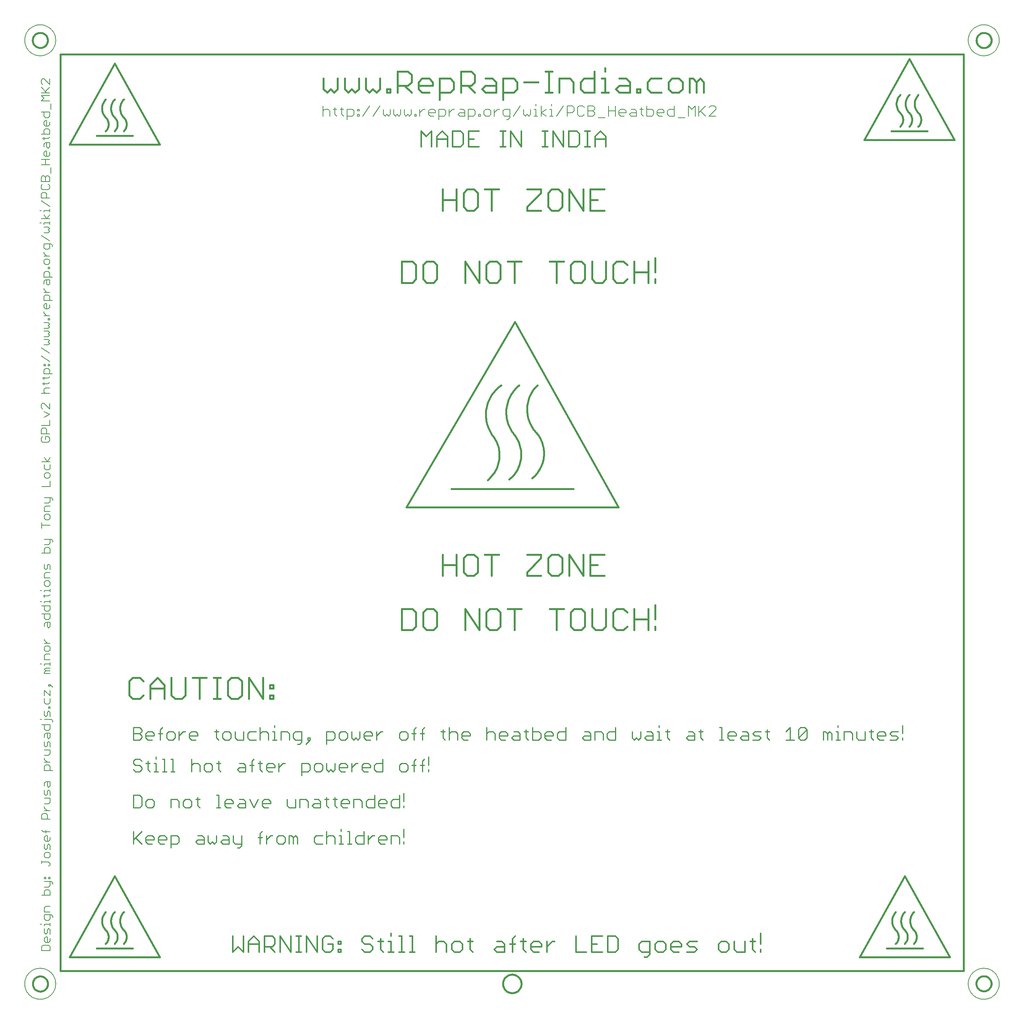
<source format=gto>
G75*
G70*
%OFA0B0*%
%FSLAX24Y24*%
%IPPOS*%
%LPD*%
%AMOC8*
5,1,8,0,0,1.08239X$1,22.5*
%
%ADD10C,0.0160*%
%ADD11C,0.0060*%
%ADD12C,0.0120*%
%ADD13C,0.0090*%
%ADD14C,0.0080*%
D10*
X001050Y001797D02*
X001052Y001848D01*
X001058Y001899D01*
X001068Y001949D01*
X001081Y001998D01*
X001099Y002046D01*
X001120Y002092D01*
X001145Y002137D01*
X001173Y002180D01*
X001204Y002220D01*
X001238Y002258D01*
X001275Y002293D01*
X001315Y002325D01*
X001357Y002354D01*
X001401Y002379D01*
X001447Y002401D01*
X001495Y002420D01*
X001544Y002434D01*
X001594Y002445D01*
X001644Y002452D01*
X001695Y002455D01*
X001746Y002454D01*
X001797Y002449D01*
X001847Y002440D01*
X001897Y002427D01*
X001945Y002411D01*
X001992Y002391D01*
X002037Y002367D01*
X002080Y002340D01*
X002121Y002309D01*
X002160Y002276D01*
X002195Y002239D01*
X002228Y002200D01*
X002258Y002159D01*
X002284Y002115D01*
X002307Y002069D01*
X002326Y002022D01*
X002342Y001973D01*
X002354Y001924D01*
X002362Y001873D01*
X002366Y001823D01*
X002366Y001771D01*
X002362Y001721D01*
X002354Y001670D01*
X002342Y001621D01*
X002326Y001572D01*
X002307Y001525D01*
X002284Y001479D01*
X002258Y001435D01*
X002228Y001394D01*
X002195Y001355D01*
X002160Y001318D01*
X002121Y001285D01*
X002080Y001254D01*
X002037Y001227D01*
X001992Y001203D01*
X001945Y001183D01*
X001897Y001167D01*
X001847Y001154D01*
X001797Y001145D01*
X001746Y001140D01*
X001695Y001139D01*
X001644Y001142D01*
X001594Y001149D01*
X001544Y001160D01*
X001495Y001174D01*
X001447Y001193D01*
X001401Y001215D01*
X001357Y001240D01*
X001315Y001269D01*
X001275Y001301D01*
X001238Y001336D01*
X001204Y001374D01*
X001173Y001414D01*
X001145Y001457D01*
X001120Y001502D01*
X001099Y001548D01*
X001081Y001596D01*
X001068Y001645D01*
X001058Y001695D01*
X001052Y001746D01*
X001050Y001797D01*
X003472Y002942D02*
X082212Y002942D01*
X082212Y082863D01*
X003472Y082863D01*
X003472Y002942D01*
X004259Y004123D02*
X008196Y011209D01*
X012133Y004123D01*
X004259Y004123D01*
X006621Y004910D02*
X009771Y004910D01*
X008983Y005304D02*
X009022Y005345D01*
X009058Y005389D01*
X009091Y005436D01*
X009121Y005485D01*
X009147Y005535D01*
X009170Y005588D01*
X009189Y005641D01*
X009204Y005696D01*
X009216Y005752D01*
X009224Y005809D01*
X009228Y005865D01*
X009228Y005923D01*
X009224Y005979D01*
X009216Y006036D01*
X009204Y006092D01*
X009189Y006147D01*
X009170Y006200D01*
X009147Y006253D01*
X009121Y006303D01*
X009091Y006352D01*
X009058Y006399D01*
X009022Y006443D01*
X008983Y006484D01*
X008195Y006484D02*
X008151Y006531D01*
X008109Y006581D01*
X008070Y006633D01*
X008035Y006687D01*
X008002Y006743D01*
X007973Y006801D01*
X007948Y006861D01*
X007926Y006922D01*
X007907Y006984D01*
X007892Y007047D01*
X007881Y007111D01*
X007873Y007175D01*
X007869Y007240D01*
X007869Y007304D01*
X007873Y007369D01*
X007881Y007433D01*
X007892Y007497D01*
X007907Y007560D01*
X007926Y007622D01*
X007948Y007683D01*
X007973Y007743D01*
X008002Y007801D01*
X008035Y007857D01*
X008070Y007911D01*
X008109Y007963D01*
X008151Y008013D01*
X008195Y008060D01*
X007408Y008060D02*
X007364Y008013D01*
X007322Y007963D01*
X007283Y007911D01*
X007248Y007857D01*
X007215Y007801D01*
X007186Y007743D01*
X007161Y007683D01*
X007139Y007622D01*
X007120Y007560D01*
X007105Y007497D01*
X007094Y007433D01*
X007086Y007369D01*
X007082Y007304D01*
X007082Y007240D01*
X007086Y007175D01*
X007094Y007111D01*
X007105Y007047D01*
X007120Y006984D01*
X007139Y006922D01*
X007161Y006861D01*
X007186Y006801D01*
X007215Y006743D01*
X007248Y006687D01*
X007283Y006633D01*
X007322Y006581D01*
X007364Y006531D01*
X007408Y006484D01*
X008196Y006484D02*
X008235Y006443D01*
X008271Y006399D01*
X008304Y006352D01*
X008334Y006303D01*
X008360Y006253D01*
X008383Y006200D01*
X008402Y006147D01*
X008417Y006092D01*
X008429Y006036D01*
X008437Y005979D01*
X008441Y005923D01*
X008441Y005865D01*
X008437Y005809D01*
X008429Y005752D01*
X008417Y005696D01*
X008402Y005641D01*
X008383Y005588D01*
X008360Y005535D01*
X008334Y005485D01*
X008304Y005436D01*
X008271Y005389D01*
X008235Y005345D01*
X008196Y005304D01*
X007408Y005304D02*
X007447Y005345D01*
X007483Y005389D01*
X007516Y005436D01*
X007546Y005485D01*
X007572Y005535D01*
X007595Y005588D01*
X007614Y005641D01*
X007629Y005696D01*
X007641Y005752D01*
X007649Y005809D01*
X007653Y005865D01*
X007653Y005923D01*
X007649Y005979D01*
X007641Y006036D01*
X007629Y006092D01*
X007614Y006147D01*
X007595Y006200D01*
X007572Y006253D01*
X007546Y006303D01*
X007516Y006352D01*
X007483Y006399D01*
X007447Y006443D01*
X007408Y006484D01*
X008983Y006484D02*
X008939Y006531D01*
X008897Y006581D01*
X008858Y006633D01*
X008823Y006687D01*
X008790Y006743D01*
X008761Y006801D01*
X008736Y006861D01*
X008714Y006922D01*
X008695Y006984D01*
X008680Y007047D01*
X008669Y007111D01*
X008661Y007175D01*
X008657Y007240D01*
X008657Y007304D01*
X008661Y007369D01*
X008669Y007433D01*
X008680Y007497D01*
X008695Y007560D01*
X008714Y007622D01*
X008736Y007683D01*
X008761Y007743D01*
X008790Y007801D01*
X008823Y007857D01*
X008858Y007911D01*
X008897Y007963D01*
X008939Y008013D01*
X008983Y008060D01*
X009764Y026644D02*
X010378Y026644D01*
X010685Y026951D01*
X011299Y026644D02*
X011299Y027871D01*
X011913Y028485D01*
X012526Y027871D01*
X012526Y026644D01*
X013140Y026951D02*
X013447Y026644D01*
X014061Y026644D01*
X014368Y026951D01*
X014368Y028485D01*
X014982Y028485D02*
X016210Y028485D01*
X016823Y028485D02*
X017437Y028485D01*
X017130Y028485D02*
X017130Y026644D01*
X016823Y026644D02*
X017437Y026644D01*
X018051Y026951D02*
X018051Y028178D01*
X018358Y028485D01*
X018972Y028485D01*
X019279Y028178D01*
X019279Y026951D01*
X018972Y026644D01*
X018358Y026644D01*
X018051Y026951D01*
X019893Y026644D02*
X019893Y028485D01*
X021120Y026644D01*
X021120Y028485D01*
X021734Y027871D02*
X021734Y027565D01*
X022041Y027565D01*
X022041Y027871D01*
X021734Y027871D01*
X021734Y026951D02*
X021734Y026644D01*
X022041Y026644D01*
X022041Y026951D01*
X021734Y026951D01*
X015596Y026644D02*
X015596Y028485D01*
X013140Y028485D02*
X013140Y026951D01*
X012526Y027565D02*
X011299Y027565D01*
X010685Y028178D02*
X010378Y028485D01*
X009764Y028485D01*
X009457Y028178D01*
X009457Y026951D01*
X009764Y026644D01*
X033237Y032667D02*
X034157Y032667D01*
X034464Y032974D01*
X034464Y034202D01*
X034157Y034509D01*
X033237Y034509D01*
X033237Y032667D01*
X035078Y032974D02*
X035385Y032667D01*
X035999Y032667D01*
X036306Y032974D01*
X036306Y034202D01*
X035999Y034509D01*
X035385Y034509D01*
X035078Y034202D01*
X035078Y032974D01*
X038761Y032667D02*
X038761Y034509D01*
X039989Y032667D01*
X039989Y034509D01*
X040603Y034202D02*
X040603Y032974D01*
X040910Y032667D01*
X041524Y032667D01*
X041831Y032974D01*
X041831Y034202D01*
X041524Y034509D01*
X040910Y034509D01*
X040603Y034202D01*
X042445Y034509D02*
X043672Y034509D01*
X043058Y034509D02*
X043058Y032667D01*
X046128Y034509D02*
X047355Y034509D01*
X046742Y034509D02*
X046742Y032667D01*
X047969Y032974D02*
X047969Y034202D01*
X048276Y034509D01*
X048890Y034509D01*
X049197Y034202D01*
X049197Y032974D01*
X048890Y032667D01*
X048276Y032667D01*
X047969Y032974D01*
X049811Y032974D02*
X050118Y032667D01*
X050732Y032667D01*
X051039Y032974D01*
X051039Y034509D01*
X051652Y034202D02*
X051652Y032974D01*
X051959Y032667D01*
X052573Y032667D01*
X052880Y032974D01*
X053494Y032667D02*
X053494Y034509D01*
X052880Y034202D02*
X052573Y034509D01*
X051959Y034509D01*
X051652Y034202D01*
X049811Y034509D02*
X049811Y032974D01*
X053494Y033588D02*
X054722Y033588D01*
X055336Y033588D02*
X055336Y034816D01*
X054722Y034509D02*
X054722Y032667D01*
X055336Y032667D02*
X055336Y032974D01*
X050899Y037392D02*
X049671Y037392D01*
X049671Y039233D01*
X050899Y039233D01*
X050285Y038313D02*
X049671Y038313D01*
X049057Y037392D02*
X049057Y039233D01*
X047829Y039233D02*
X047829Y037392D01*
X047216Y037699D02*
X047216Y038926D01*
X046909Y039233D01*
X046295Y039233D01*
X045988Y038926D01*
X045988Y037699D01*
X046295Y037392D01*
X046909Y037392D01*
X047216Y037699D01*
X047829Y039233D02*
X049057Y037392D01*
X045374Y037392D02*
X044146Y037392D01*
X044146Y037699D01*
X045374Y038926D01*
X045374Y039233D01*
X044146Y039233D01*
X041691Y039233D02*
X040463Y039233D01*
X041077Y039233D02*
X041077Y037392D01*
X039849Y037699D02*
X039849Y038926D01*
X039542Y039233D01*
X038929Y039233D01*
X038622Y038926D01*
X038622Y037699D01*
X038929Y037392D01*
X039542Y037392D01*
X039849Y037699D01*
X038008Y037392D02*
X038008Y039233D01*
X038008Y038313D02*
X036780Y038313D01*
X036780Y039233D02*
X036780Y037392D01*
X033629Y043375D02*
X043078Y059517D01*
X052133Y043375D01*
X033629Y043375D01*
X037566Y044950D02*
X048196Y044950D01*
X044594Y045894D02*
X044695Y045981D01*
X044792Y046073D01*
X044884Y046169D01*
X044972Y046269D01*
X045054Y046373D01*
X045132Y046481D01*
X045205Y046593D01*
X045272Y046708D01*
X045333Y046826D01*
X045389Y046947D01*
X045439Y047070D01*
X045483Y047196D01*
X045521Y047324D01*
X045553Y047453D01*
X045579Y047584D01*
X045599Y047715D01*
X045612Y047848D01*
X045619Y047981D01*
X045619Y048114D01*
X045614Y048247D01*
X045602Y048380D01*
X045583Y048512D01*
X045559Y048643D01*
X045528Y048772D01*
X045491Y048900D01*
X045448Y049026D01*
X045399Y049150D01*
X045344Y049271D01*
X045284Y049390D01*
X045218Y049506D01*
X045146Y049618D01*
X045069Y049727D01*
X044988Y049832D01*
X042999Y049733D02*
X042911Y049848D01*
X042829Y049967D01*
X042753Y050090D01*
X042682Y050217D01*
X042618Y050346D01*
X042560Y050479D01*
X042508Y050614D01*
X042463Y050751D01*
X042424Y050890D01*
X042392Y051031D01*
X042367Y051174D01*
X042348Y051317D01*
X042337Y051462D01*
X042332Y051606D01*
X042334Y051751D01*
X042343Y051895D01*
X042359Y052039D01*
X042382Y052182D01*
X042411Y052323D01*
X042448Y052463D01*
X042490Y052602D01*
X042540Y052737D01*
X042596Y052871D01*
X042658Y053002D01*
X042726Y053129D01*
X042800Y053253D01*
X042880Y053374D01*
X042966Y053490D01*
X043057Y053603D01*
X043153Y053711D01*
X043254Y053814D01*
X043361Y053912D01*
X043471Y054005D01*
X041898Y054005D02*
X041778Y053917D01*
X041662Y053825D01*
X041552Y053727D01*
X041445Y053623D01*
X041344Y053515D01*
X041249Y053402D01*
X041158Y053285D01*
X041074Y053163D01*
X040995Y053038D01*
X040922Y052909D01*
X040856Y052776D01*
X040796Y052641D01*
X040742Y052503D01*
X040695Y052362D01*
X040655Y052220D01*
X040621Y052075D01*
X040595Y051930D01*
X040575Y051783D01*
X040563Y051635D01*
X040557Y051487D01*
X040559Y051339D01*
X040567Y051191D01*
X040583Y051044D01*
X040606Y050898D01*
X040635Y050752D01*
X040672Y050609D01*
X040715Y050467D01*
X040765Y050328D01*
X040821Y050191D01*
X040884Y050057D01*
X040954Y049926D01*
X041029Y049798D01*
X041110Y049675D01*
X043000Y049733D02*
X043081Y049628D01*
X043158Y049519D01*
X043230Y049407D01*
X043296Y049291D01*
X043356Y049172D01*
X043411Y049051D01*
X043460Y048927D01*
X043503Y048801D01*
X043540Y048673D01*
X043571Y048544D01*
X043595Y048413D01*
X043614Y048281D01*
X043626Y048148D01*
X043631Y048015D01*
X043631Y047882D01*
X043624Y047749D01*
X043611Y047616D01*
X043591Y047485D01*
X043565Y047354D01*
X043533Y047225D01*
X043495Y047097D01*
X043451Y046971D01*
X043401Y046848D01*
X043345Y046727D01*
X043284Y046609D01*
X043217Y046494D01*
X043144Y046382D01*
X043066Y046274D01*
X042984Y046170D01*
X042896Y046070D01*
X042804Y045974D01*
X042707Y045882D01*
X042606Y045795D01*
X040716Y045736D02*
X040817Y045823D01*
X040914Y045915D01*
X041006Y046011D01*
X041094Y046111D01*
X041176Y046215D01*
X041254Y046323D01*
X041327Y046435D01*
X041394Y046550D01*
X041455Y046668D01*
X041511Y046789D01*
X041561Y046912D01*
X041605Y047038D01*
X041643Y047166D01*
X041675Y047295D01*
X041701Y047426D01*
X041721Y047557D01*
X041734Y047690D01*
X041741Y047823D01*
X041741Y047956D01*
X041736Y048089D01*
X041724Y048222D01*
X041705Y048354D01*
X041681Y048485D01*
X041650Y048614D01*
X041613Y048742D01*
X041570Y048868D01*
X041521Y048992D01*
X041466Y049113D01*
X041406Y049232D01*
X041340Y049348D01*
X041268Y049460D01*
X041191Y049569D01*
X041110Y049674D01*
X044988Y049832D02*
X044890Y049938D01*
X044797Y050049D01*
X044709Y050165D01*
X044627Y050284D01*
X044552Y050408D01*
X044482Y050535D01*
X044419Y050665D01*
X044362Y050798D01*
X044312Y050934D01*
X044268Y051072D01*
X044232Y051213D01*
X044202Y051354D01*
X044179Y051497D01*
X044163Y051641D01*
X044155Y051786D01*
X044153Y051931D01*
X044159Y052075D01*
X044172Y052220D01*
X044191Y052363D01*
X044218Y052506D01*
X044252Y052646D01*
X044292Y052785D01*
X044340Y052922D01*
X044394Y053057D01*
X044454Y053188D01*
X044521Y053317D01*
X044595Y053442D01*
X044674Y053563D01*
X044759Y053680D01*
X044850Y053793D01*
X044946Y053901D01*
X045047Y054005D01*
X046742Y062943D02*
X046742Y064785D01*
X047355Y064785D02*
X046128Y064785D01*
X047969Y064478D02*
X047969Y063250D01*
X048276Y062943D01*
X048890Y062943D01*
X049197Y063250D01*
X049197Y064478D01*
X048890Y064785D01*
X048276Y064785D01*
X047969Y064478D01*
X049811Y064785D02*
X049811Y063250D01*
X050118Y062943D01*
X050732Y062943D01*
X051039Y063250D01*
X051039Y064785D01*
X051652Y064478D02*
X051652Y063250D01*
X051959Y062943D01*
X052573Y062943D01*
X052880Y063250D01*
X053494Y062943D02*
X053494Y064785D01*
X052880Y064478D02*
X052573Y064785D01*
X051959Y064785D01*
X051652Y064478D01*
X053494Y063864D02*
X054722Y063864D01*
X055336Y063864D02*
X055336Y065091D01*
X054722Y064785D02*
X054722Y062943D01*
X055336Y062943D02*
X055336Y063250D01*
X050899Y069242D02*
X049671Y069242D01*
X049671Y071084D01*
X050899Y071084D01*
X050285Y070163D02*
X049671Y070163D01*
X049057Y069242D02*
X049057Y071084D01*
X047829Y071084D02*
X047829Y069242D01*
X047216Y069549D02*
X047216Y070777D01*
X046909Y071084D01*
X046295Y071084D01*
X045988Y070777D01*
X045988Y069549D01*
X046295Y069242D01*
X046909Y069242D01*
X047216Y069549D01*
X047829Y071084D02*
X049057Y069242D01*
X045374Y069242D02*
X044146Y069242D01*
X044146Y069549D01*
X045374Y070777D01*
X045374Y071084D01*
X044146Y071084D01*
X041691Y071084D02*
X040463Y071084D01*
X041077Y071084D02*
X041077Y069242D01*
X039849Y069549D02*
X039849Y070777D01*
X039542Y071084D01*
X038929Y071084D01*
X038622Y070777D01*
X038622Y069549D01*
X038929Y069242D01*
X039542Y069242D01*
X039849Y069549D01*
X038008Y069242D02*
X038008Y071084D01*
X038008Y070163D02*
X036780Y070163D01*
X036780Y069242D02*
X036780Y071084D01*
X035999Y064785D02*
X035385Y064785D01*
X035078Y064478D01*
X035078Y063250D01*
X035385Y062943D01*
X035999Y062943D01*
X036306Y063250D01*
X036306Y064478D01*
X035999Y064785D01*
X034464Y064478D02*
X034464Y063250D01*
X034157Y062943D01*
X033237Y062943D01*
X033237Y064785D01*
X034157Y064785D01*
X034464Y064478D01*
X038761Y064785D02*
X038761Y062943D01*
X039989Y062943D02*
X039989Y064785D01*
X040603Y064478D02*
X040603Y063250D01*
X040910Y062943D01*
X041524Y062943D01*
X041831Y063250D01*
X041831Y064478D01*
X041524Y064785D01*
X040910Y064785D01*
X040603Y064478D01*
X039989Y062943D02*
X038761Y064785D01*
X042445Y064785D02*
X043672Y064785D01*
X043058Y064785D02*
X043058Y062943D01*
X042062Y078906D02*
X042062Y080747D01*
X042983Y080747D01*
X043289Y080440D01*
X043289Y079827D01*
X042983Y079520D01*
X042062Y079520D01*
X041448Y079520D02*
X041448Y080440D01*
X041141Y080747D01*
X040527Y080747D01*
X040527Y080133D02*
X040220Y079827D01*
X040527Y079520D01*
X041448Y079520D01*
X041448Y080133D02*
X040527Y080133D01*
X039606Y080440D02*
X039606Y081054D01*
X039299Y081361D01*
X038379Y081361D01*
X038379Y079520D01*
X038379Y080133D02*
X039299Y080133D01*
X039606Y080440D01*
X038992Y080133D02*
X039606Y079520D01*
X037765Y079827D02*
X037458Y079520D01*
X036537Y079520D01*
X036537Y078906D02*
X036537Y080747D01*
X037458Y080747D01*
X037765Y080440D01*
X037765Y079827D01*
X035923Y080133D02*
X034695Y080133D01*
X034695Y079827D02*
X034695Y080440D01*
X035002Y080747D01*
X035616Y080747D01*
X035923Y080440D01*
X035923Y080133D01*
X035616Y079520D02*
X035002Y079520D01*
X034695Y079827D01*
X034082Y079520D02*
X033468Y080133D01*
X033775Y080133D02*
X032854Y080133D01*
X032854Y079520D02*
X032854Y081361D01*
X033775Y081361D01*
X034082Y081054D01*
X034082Y080440D01*
X033775Y080133D01*
X032240Y079827D02*
X032240Y079520D01*
X031933Y079520D01*
X031933Y079827D01*
X032240Y079827D01*
X031319Y079827D02*
X031012Y079520D01*
X030705Y079827D01*
X030398Y079520D01*
X030092Y079827D01*
X030092Y080747D01*
X029478Y080747D02*
X029478Y079827D01*
X029171Y079520D01*
X028864Y079827D01*
X028557Y079520D01*
X028250Y079827D01*
X028250Y080747D01*
X027636Y080747D02*
X027636Y079827D01*
X027329Y079520D01*
X027022Y079827D01*
X026715Y079520D01*
X026408Y079827D01*
X026408Y080747D01*
X031319Y080747D02*
X031319Y079827D01*
X043903Y080440D02*
X045131Y080440D01*
X045745Y079520D02*
X046359Y079520D01*
X046052Y079520D02*
X046052Y081361D01*
X045745Y081361D02*
X046359Y081361D01*
X046973Y080747D02*
X047893Y080747D01*
X048200Y080440D01*
X048200Y079520D01*
X048814Y079827D02*
X048814Y080440D01*
X049121Y080747D01*
X050042Y080747D01*
X050656Y080747D02*
X050963Y080747D01*
X050963Y079520D01*
X050656Y079520D02*
X051270Y079520D01*
X051883Y079827D02*
X052190Y080133D01*
X053111Y080133D01*
X053111Y080440D02*
X053111Y079520D01*
X052190Y079520D01*
X051883Y079827D01*
X052190Y080747D02*
X052804Y080747D01*
X053111Y080440D01*
X053725Y079827D02*
X053725Y079520D01*
X054032Y079520D01*
X054032Y079827D01*
X053725Y079827D01*
X054646Y079827D02*
X054953Y079520D01*
X055874Y079520D01*
X056487Y079827D02*
X056794Y079520D01*
X057408Y079520D01*
X057715Y079827D01*
X057715Y080440D01*
X057408Y080747D01*
X056794Y080747D01*
X056487Y080440D01*
X056487Y079827D01*
X055874Y080747D02*
X054953Y080747D01*
X054646Y080440D01*
X054646Y079827D01*
X050963Y081361D02*
X050963Y081668D01*
X050042Y081361D02*
X050042Y079520D01*
X049121Y079520D01*
X048814Y079827D01*
X046973Y079520D02*
X046973Y080747D01*
X058329Y080747D02*
X058329Y079520D01*
X058943Y079520D02*
X058943Y080440D01*
X059250Y080747D01*
X059557Y080440D01*
X059557Y079520D01*
X058943Y080440D02*
X058636Y080747D01*
X058329Y080747D01*
X073550Y075383D02*
X077487Y082469D01*
X081424Y075383D01*
X073550Y075383D01*
X075913Y076170D02*
X079062Y076170D01*
X078274Y076564D02*
X078313Y076605D01*
X078349Y076649D01*
X078382Y076696D01*
X078412Y076745D01*
X078438Y076795D01*
X078461Y076848D01*
X078480Y076901D01*
X078495Y076956D01*
X078507Y077012D01*
X078515Y077069D01*
X078519Y077125D01*
X078519Y077183D01*
X078515Y077239D01*
X078507Y077296D01*
X078495Y077352D01*
X078480Y077407D01*
X078461Y077460D01*
X078438Y077513D01*
X078412Y077563D01*
X078382Y077612D01*
X078349Y077659D01*
X078313Y077703D01*
X078274Y077744D01*
X077487Y077744D02*
X077443Y077791D01*
X077401Y077841D01*
X077362Y077893D01*
X077327Y077947D01*
X077294Y078003D01*
X077265Y078061D01*
X077240Y078121D01*
X077218Y078182D01*
X077199Y078244D01*
X077184Y078307D01*
X077173Y078371D01*
X077165Y078435D01*
X077161Y078500D01*
X077161Y078564D01*
X077165Y078629D01*
X077173Y078693D01*
X077184Y078757D01*
X077199Y078820D01*
X077218Y078882D01*
X077240Y078943D01*
X077265Y079003D01*
X077294Y079061D01*
X077327Y079117D01*
X077362Y079171D01*
X077401Y079223D01*
X077443Y079273D01*
X077487Y079320D01*
X076699Y079320D02*
X076655Y079273D01*
X076613Y079223D01*
X076574Y079171D01*
X076539Y079117D01*
X076506Y079061D01*
X076477Y079003D01*
X076452Y078943D01*
X076430Y078882D01*
X076411Y078820D01*
X076396Y078757D01*
X076385Y078693D01*
X076377Y078629D01*
X076373Y078564D01*
X076373Y078500D01*
X076377Y078435D01*
X076385Y078371D01*
X076396Y078307D01*
X076411Y078244D01*
X076430Y078182D01*
X076452Y078121D01*
X076477Y078061D01*
X076506Y078003D01*
X076539Y077947D01*
X076574Y077893D01*
X076613Y077841D01*
X076655Y077791D01*
X076699Y077744D01*
X077487Y077744D02*
X077526Y077703D01*
X077562Y077659D01*
X077595Y077612D01*
X077625Y077563D01*
X077651Y077513D01*
X077674Y077460D01*
X077693Y077407D01*
X077708Y077352D01*
X077720Y077296D01*
X077728Y077239D01*
X077732Y077183D01*
X077732Y077125D01*
X077728Y077069D01*
X077720Y077012D01*
X077708Y076956D01*
X077693Y076901D01*
X077674Y076848D01*
X077651Y076795D01*
X077625Y076745D01*
X077595Y076696D01*
X077562Y076649D01*
X077526Y076605D01*
X077487Y076564D01*
X076699Y076564D02*
X076738Y076605D01*
X076774Y076649D01*
X076807Y076696D01*
X076837Y076745D01*
X076863Y076795D01*
X076886Y076848D01*
X076905Y076901D01*
X076920Y076956D01*
X076932Y077012D01*
X076940Y077069D01*
X076944Y077125D01*
X076944Y077183D01*
X076940Y077239D01*
X076932Y077296D01*
X076920Y077352D01*
X076905Y077407D01*
X076886Y077460D01*
X076863Y077513D01*
X076837Y077563D01*
X076807Y077612D01*
X076774Y077659D01*
X076738Y077703D01*
X076699Y077744D01*
X078274Y077744D02*
X078230Y077791D01*
X078188Y077841D01*
X078149Y077893D01*
X078114Y077947D01*
X078081Y078003D01*
X078052Y078061D01*
X078027Y078121D01*
X078005Y078182D01*
X077986Y078244D01*
X077971Y078307D01*
X077960Y078371D01*
X077952Y078435D01*
X077948Y078500D01*
X077948Y078564D01*
X077952Y078629D01*
X077960Y078693D01*
X077971Y078757D01*
X077986Y078820D01*
X078005Y078882D01*
X078027Y078943D01*
X078052Y079003D01*
X078081Y079061D01*
X078114Y079117D01*
X078149Y079171D01*
X078188Y079223D01*
X078230Y079273D01*
X078274Y079320D01*
X083342Y084076D02*
X083344Y084127D01*
X083350Y084178D01*
X083360Y084228D01*
X083373Y084277D01*
X083391Y084325D01*
X083412Y084371D01*
X083437Y084416D01*
X083465Y084459D01*
X083496Y084499D01*
X083530Y084537D01*
X083567Y084572D01*
X083607Y084604D01*
X083649Y084633D01*
X083693Y084658D01*
X083739Y084680D01*
X083787Y084699D01*
X083836Y084713D01*
X083886Y084724D01*
X083936Y084731D01*
X083987Y084734D01*
X084038Y084733D01*
X084089Y084728D01*
X084139Y084719D01*
X084189Y084706D01*
X084237Y084690D01*
X084284Y084670D01*
X084329Y084646D01*
X084372Y084619D01*
X084413Y084588D01*
X084452Y084555D01*
X084487Y084518D01*
X084520Y084479D01*
X084550Y084438D01*
X084576Y084394D01*
X084599Y084348D01*
X084618Y084301D01*
X084634Y084252D01*
X084646Y084203D01*
X084654Y084152D01*
X084658Y084102D01*
X084658Y084050D01*
X084654Y084000D01*
X084646Y083949D01*
X084634Y083900D01*
X084618Y083851D01*
X084599Y083804D01*
X084576Y083758D01*
X084550Y083714D01*
X084520Y083673D01*
X084487Y083634D01*
X084452Y083597D01*
X084413Y083564D01*
X084372Y083533D01*
X084329Y083506D01*
X084284Y083482D01*
X084237Y083462D01*
X084189Y083446D01*
X084139Y083433D01*
X084089Y083424D01*
X084038Y083419D01*
X083987Y083418D01*
X083936Y083421D01*
X083886Y083428D01*
X083836Y083439D01*
X083787Y083453D01*
X083739Y083472D01*
X083693Y083494D01*
X083649Y083519D01*
X083607Y083548D01*
X083567Y083580D01*
X083530Y083615D01*
X083496Y083653D01*
X083465Y083693D01*
X083437Y083736D01*
X083412Y083781D01*
X083391Y083827D01*
X083373Y083875D01*
X083360Y083924D01*
X083350Y083974D01*
X083344Y084025D01*
X083342Y084076D01*
X012133Y074989D02*
X008196Y082076D01*
X004259Y074989D01*
X012133Y074989D01*
X009771Y075776D02*
X006621Y075776D01*
X007408Y076171D02*
X007447Y076212D01*
X007483Y076256D01*
X007516Y076303D01*
X007546Y076352D01*
X007572Y076402D01*
X007595Y076455D01*
X007614Y076508D01*
X007629Y076563D01*
X007641Y076619D01*
X007649Y076676D01*
X007653Y076732D01*
X007653Y076790D01*
X007649Y076846D01*
X007641Y076903D01*
X007629Y076959D01*
X007614Y077014D01*
X007595Y077067D01*
X007572Y077120D01*
X007546Y077170D01*
X007516Y077219D01*
X007483Y077266D01*
X007447Y077310D01*
X007408Y077351D01*
X008196Y077351D02*
X008235Y077310D01*
X008271Y077266D01*
X008304Y077219D01*
X008334Y077170D01*
X008360Y077120D01*
X008383Y077067D01*
X008402Y077014D01*
X008417Y076959D01*
X008429Y076903D01*
X008437Y076846D01*
X008441Y076790D01*
X008441Y076732D01*
X008437Y076676D01*
X008429Y076619D01*
X008417Y076563D01*
X008402Y076508D01*
X008383Y076455D01*
X008360Y076402D01*
X008334Y076352D01*
X008304Y076303D01*
X008271Y076256D01*
X008235Y076212D01*
X008196Y076171D01*
X008983Y076171D02*
X009022Y076212D01*
X009058Y076256D01*
X009091Y076303D01*
X009121Y076352D01*
X009147Y076402D01*
X009170Y076455D01*
X009189Y076508D01*
X009204Y076563D01*
X009216Y076619D01*
X009224Y076676D01*
X009228Y076732D01*
X009228Y076790D01*
X009224Y076846D01*
X009216Y076903D01*
X009204Y076959D01*
X009189Y077014D01*
X009170Y077067D01*
X009147Y077120D01*
X009121Y077170D01*
X009091Y077219D01*
X009058Y077266D01*
X009022Y077310D01*
X008983Y077351D01*
X008195Y077351D02*
X008151Y077398D01*
X008109Y077448D01*
X008070Y077500D01*
X008035Y077554D01*
X008002Y077610D01*
X007973Y077668D01*
X007948Y077728D01*
X007926Y077789D01*
X007907Y077851D01*
X007892Y077914D01*
X007881Y077978D01*
X007873Y078042D01*
X007869Y078107D01*
X007869Y078171D01*
X007873Y078236D01*
X007881Y078300D01*
X007892Y078364D01*
X007907Y078427D01*
X007926Y078489D01*
X007948Y078550D01*
X007973Y078610D01*
X008002Y078668D01*
X008035Y078724D01*
X008070Y078778D01*
X008109Y078830D01*
X008151Y078880D01*
X008195Y078927D01*
X007408Y078927D02*
X007364Y078880D01*
X007322Y078830D01*
X007283Y078778D01*
X007248Y078724D01*
X007215Y078668D01*
X007186Y078610D01*
X007161Y078550D01*
X007139Y078489D01*
X007120Y078427D01*
X007105Y078364D01*
X007094Y078300D01*
X007086Y078236D01*
X007082Y078171D01*
X007082Y078107D01*
X007086Y078042D01*
X007094Y077978D01*
X007105Y077914D01*
X007120Y077851D01*
X007139Y077789D01*
X007161Y077728D01*
X007186Y077668D01*
X007215Y077610D01*
X007248Y077554D01*
X007283Y077500D01*
X007322Y077448D01*
X007364Y077398D01*
X007408Y077351D01*
X008983Y077351D02*
X008939Y077398D01*
X008897Y077448D01*
X008858Y077500D01*
X008823Y077554D01*
X008790Y077610D01*
X008761Y077668D01*
X008736Y077728D01*
X008714Y077789D01*
X008695Y077851D01*
X008680Y077914D01*
X008669Y077978D01*
X008661Y078042D01*
X008657Y078107D01*
X008657Y078171D01*
X008661Y078236D01*
X008669Y078300D01*
X008680Y078364D01*
X008695Y078427D01*
X008714Y078489D01*
X008736Y078550D01*
X008761Y078610D01*
X008790Y078668D01*
X008823Y078724D01*
X008858Y078778D01*
X008897Y078830D01*
X008939Y078880D01*
X008983Y078927D01*
X001038Y084083D02*
X001040Y084134D01*
X001046Y084185D01*
X001056Y084235D01*
X001069Y084284D01*
X001087Y084332D01*
X001108Y084378D01*
X001133Y084423D01*
X001161Y084466D01*
X001192Y084506D01*
X001226Y084544D01*
X001263Y084579D01*
X001303Y084611D01*
X001345Y084640D01*
X001389Y084665D01*
X001435Y084687D01*
X001483Y084706D01*
X001532Y084720D01*
X001582Y084731D01*
X001632Y084738D01*
X001683Y084741D01*
X001734Y084740D01*
X001785Y084735D01*
X001835Y084726D01*
X001885Y084713D01*
X001933Y084697D01*
X001980Y084677D01*
X002025Y084653D01*
X002068Y084626D01*
X002109Y084595D01*
X002148Y084562D01*
X002183Y084525D01*
X002216Y084486D01*
X002246Y084445D01*
X002272Y084401D01*
X002295Y084355D01*
X002314Y084308D01*
X002330Y084259D01*
X002342Y084210D01*
X002350Y084159D01*
X002354Y084109D01*
X002354Y084057D01*
X002350Y084007D01*
X002342Y083956D01*
X002330Y083907D01*
X002314Y083858D01*
X002295Y083811D01*
X002272Y083765D01*
X002246Y083721D01*
X002216Y083680D01*
X002183Y083641D01*
X002148Y083604D01*
X002109Y083571D01*
X002068Y083540D01*
X002025Y083513D01*
X001980Y083489D01*
X001933Y083469D01*
X001885Y083453D01*
X001835Y083440D01*
X001785Y083431D01*
X001734Y083426D01*
X001683Y083425D01*
X001632Y083428D01*
X001582Y083435D01*
X001532Y083446D01*
X001483Y083460D01*
X001435Y083479D01*
X001389Y083501D01*
X001345Y083526D01*
X001303Y083555D01*
X001263Y083587D01*
X001226Y083622D01*
X001192Y083660D01*
X001161Y083700D01*
X001133Y083743D01*
X001108Y083788D01*
X001087Y083834D01*
X001069Y083882D01*
X001056Y083931D01*
X001046Y083981D01*
X001040Y084032D01*
X001038Y084083D01*
X077094Y011209D02*
X081031Y004123D01*
X073157Y004123D01*
X077094Y011209D01*
X076306Y008060D02*
X076262Y008013D01*
X076220Y007963D01*
X076181Y007911D01*
X076146Y007857D01*
X076113Y007801D01*
X076084Y007743D01*
X076059Y007683D01*
X076037Y007622D01*
X076018Y007560D01*
X076003Y007497D01*
X075992Y007433D01*
X075984Y007369D01*
X075980Y007304D01*
X075980Y007240D01*
X075984Y007175D01*
X075992Y007111D01*
X076003Y007047D01*
X076018Y006984D01*
X076037Y006922D01*
X076059Y006861D01*
X076084Y006801D01*
X076113Y006743D01*
X076146Y006687D01*
X076181Y006633D01*
X076220Y006581D01*
X076262Y006531D01*
X076306Y006484D01*
X077093Y006484D02*
X077132Y006443D01*
X077168Y006399D01*
X077201Y006352D01*
X077231Y006303D01*
X077257Y006253D01*
X077280Y006200D01*
X077299Y006147D01*
X077314Y006092D01*
X077326Y006036D01*
X077334Y005979D01*
X077338Y005923D01*
X077338Y005865D01*
X077334Y005809D01*
X077326Y005752D01*
X077314Y005696D01*
X077299Y005641D01*
X077280Y005588D01*
X077257Y005535D01*
X077231Y005485D01*
X077201Y005436D01*
X077168Y005389D01*
X077132Y005345D01*
X077093Y005304D01*
X077881Y005304D02*
X077920Y005345D01*
X077956Y005389D01*
X077989Y005436D01*
X078019Y005485D01*
X078045Y005535D01*
X078068Y005588D01*
X078087Y005641D01*
X078102Y005696D01*
X078114Y005752D01*
X078122Y005809D01*
X078126Y005865D01*
X078126Y005923D01*
X078122Y005979D01*
X078114Y006036D01*
X078102Y006092D01*
X078087Y006147D01*
X078068Y006200D01*
X078045Y006253D01*
X078019Y006303D01*
X077989Y006352D01*
X077956Y006399D01*
X077920Y006443D01*
X077881Y006484D01*
X077093Y006484D02*
X077049Y006531D01*
X077007Y006581D01*
X076968Y006633D01*
X076933Y006687D01*
X076900Y006743D01*
X076871Y006801D01*
X076846Y006861D01*
X076824Y006922D01*
X076805Y006984D01*
X076790Y007047D01*
X076779Y007111D01*
X076771Y007175D01*
X076767Y007240D01*
X076767Y007304D01*
X076771Y007369D01*
X076779Y007433D01*
X076790Y007497D01*
X076805Y007560D01*
X076824Y007622D01*
X076846Y007683D01*
X076871Y007743D01*
X076900Y007801D01*
X076933Y007857D01*
X076968Y007911D01*
X077007Y007963D01*
X077049Y008013D01*
X077093Y008060D01*
X077881Y008060D02*
X077837Y008013D01*
X077795Y007963D01*
X077756Y007911D01*
X077721Y007857D01*
X077688Y007801D01*
X077659Y007743D01*
X077634Y007683D01*
X077612Y007622D01*
X077593Y007560D01*
X077578Y007497D01*
X077567Y007433D01*
X077559Y007369D01*
X077555Y007304D01*
X077555Y007240D01*
X077559Y007175D01*
X077567Y007111D01*
X077578Y007047D01*
X077593Y006984D01*
X077612Y006922D01*
X077634Y006861D01*
X077659Y006801D01*
X077688Y006743D01*
X077721Y006687D01*
X077756Y006633D01*
X077795Y006581D01*
X077837Y006531D01*
X077881Y006484D01*
X078669Y004910D02*
X075519Y004910D01*
X076306Y005304D02*
X076345Y005345D01*
X076381Y005389D01*
X076414Y005436D01*
X076444Y005485D01*
X076470Y005535D01*
X076493Y005588D01*
X076512Y005641D01*
X076527Y005696D01*
X076539Y005752D01*
X076547Y005809D01*
X076551Y005865D01*
X076551Y005923D01*
X076547Y005979D01*
X076539Y006036D01*
X076527Y006092D01*
X076512Y006147D01*
X076493Y006200D01*
X076470Y006253D01*
X076444Y006303D01*
X076414Y006352D01*
X076381Y006399D01*
X076345Y006443D01*
X076306Y006484D01*
X083332Y001815D02*
X083334Y001866D01*
X083340Y001917D01*
X083350Y001967D01*
X083363Y002016D01*
X083381Y002064D01*
X083402Y002110D01*
X083427Y002155D01*
X083455Y002198D01*
X083486Y002238D01*
X083520Y002276D01*
X083557Y002311D01*
X083597Y002343D01*
X083639Y002372D01*
X083683Y002397D01*
X083729Y002419D01*
X083777Y002438D01*
X083826Y002452D01*
X083876Y002463D01*
X083926Y002470D01*
X083977Y002473D01*
X084028Y002472D01*
X084079Y002467D01*
X084129Y002458D01*
X084179Y002445D01*
X084227Y002429D01*
X084274Y002409D01*
X084319Y002385D01*
X084362Y002358D01*
X084403Y002327D01*
X084442Y002294D01*
X084477Y002257D01*
X084510Y002218D01*
X084540Y002177D01*
X084566Y002133D01*
X084589Y002087D01*
X084608Y002040D01*
X084624Y001991D01*
X084636Y001942D01*
X084644Y001891D01*
X084648Y001841D01*
X084648Y001789D01*
X084644Y001739D01*
X084636Y001688D01*
X084624Y001639D01*
X084608Y001590D01*
X084589Y001543D01*
X084566Y001497D01*
X084540Y001453D01*
X084510Y001412D01*
X084477Y001373D01*
X084442Y001336D01*
X084403Y001303D01*
X084362Y001272D01*
X084319Y001245D01*
X084274Y001221D01*
X084227Y001201D01*
X084179Y001185D01*
X084129Y001172D01*
X084079Y001163D01*
X084028Y001158D01*
X083977Y001157D01*
X083926Y001160D01*
X083876Y001167D01*
X083826Y001178D01*
X083777Y001192D01*
X083729Y001211D01*
X083683Y001233D01*
X083639Y001258D01*
X083597Y001287D01*
X083557Y001319D01*
X083520Y001354D01*
X083486Y001392D01*
X083455Y001432D01*
X083427Y001475D01*
X083402Y001520D01*
X083381Y001566D01*
X083363Y001614D01*
X083350Y001663D01*
X083340Y001713D01*
X083334Y001764D01*
X083332Y001815D01*
X042051Y001806D02*
X042053Y001862D01*
X042059Y001918D01*
X042069Y001973D01*
X042082Y002028D01*
X042100Y002081D01*
X042121Y002133D01*
X042145Y002184D01*
X042173Y002233D01*
X042205Y002279D01*
X042239Y002323D01*
X042277Y002365D01*
X042317Y002404D01*
X042360Y002440D01*
X042406Y002473D01*
X042453Y002503D01*
X042503Y002530D01*
X042554Y002552D01*
X042607Y002572D01*
X042661Y002587D01*
X042716Y002599D01*
X042772Y002607D01*
X042828Y002611D01*
X042884Y002611D01*
X042940Y002607D01*
X042996Y002599D01*
X043051Y002587D01*
X043105Y002572D01*
X043158Y002552D01*
X043209Y002530D01*
X043258Y002503D01*
X043306Y002473D01*
X043352Y002440D01*
X043395Y002404D01*
X043435Y002365D01*
X043473Y002323D01*
X043507Y002279D01*
X043539Y002233D01*
X043567Y002184D01*
X043591Y002133D01*
X043612Y002081D01*
X043630Y002028D01*
X043643Y001973D01*
X043653Y001918D01*
X043659Y001862D01*
X043661Y001806D01*
X043659Y001750D01*
X043653Y001694D01*
X043643Y001639D01*
X043630Y001584D01*
X043612Y001531D01*
X043591Y001479D01*
X043567Y001428D01*
X043539Y001379D01*
X043507Y001333D01*
X043473Y001289D01*
X043435Y001247D01*
X043395Y001208D01*
X043352Y001172D01*
X043306Y001139D01*
X043259Y001109D01*
X043209Y001082D01*
X043158Y001060D01*
X043105Y001040D01*
X043051Y001025D01*
X042996Y001013D01*
X042940Y001005D01*
X042884Y001001D01*
X042828Y001001D01*
X042772Y001005D01*
X042716Y001013D01*
X042661Y001025D01*
X042607Y001040D01*
X042554Y001060D01*
X042503Y001082D01*
X042453Y001109D01*
X042406Y001139D01*
X042360Y001172D01*
X042317Y001208D01*
X042277Y001247D01*
X042239Y001289D01*
X042205Y001333D01*
X042173Y001379D01*
X042145Y001428D01*
X042121Y001479D01*
X042100Y001531D01*
X042082Y001584D01*
X042069Y001639D01*
X042059Y001694D01*
X042053Y001750D01*
X042051Y001806D01*
D11*
X002799Y007585D02*
X002799Y007707D01*
X002677Y007828D01*
X002070Y007828D01*
X002070Y007464D01*
X002192Y007343D01*
X002434Y007343D01*
X002556Y007464D01*
X002556Y007828D01*
X002556Y008068D02*
X002070Y008068D01*
X002070Y008432D01*
X002192Y008553D01*
X002556Y008553D01*
X002556Y007102D02*
X002556Y006859D01*
X002556Y006981D02*
X002070Y006981D01*
X002070Y006859D01*
X002070Y006620D02*
X002070Y006256D01*
X002192Y006134D01*
X002313Y006256D01*
X002313Y006498D01*
X002434Y006620D01*
X002556Y006498D01*
X002556Y006134D01*
X002313Y005895D02*
X002313Y005409D01*
X002192Y005409D02*
X002070Y005531D01*
X002070Y005773D01*
X002192Y005895D01*
X002313Y005895D01*
X002556Y005773D02*
X002556Y005531D01*
X002434Y005409D01*
X002192Y005409D01*
X002434Y005170D02*
X001949Y005170D01*
X001828Y005048D01*
X001828Y004684D01*
X002556Y004684D01*
X002556Y005048D01*
X002434Y005170D01*
X001828Y006981D02*
X001706Y006981D01*
X001828Y009518D02*
X002556Y009518D01*
X002556Y009882D01*
X002434Y010003D01*
X002192Y010003D01*
X002070Y009882D01*
X002070Y009518D01*
X002070Y010243D02*
X002434Y010243D01*
X002556Y010364D01*
X002556Y010728D01*
X002677Y010728D02*
X002070Y010728D01*
X002070Y010968D02*
X002192Y010968D01*
X002192Y011089D01*
X002070Y011089D01*
X002070Y010968D01*
X002434Y010968D02*
X002556Y010968D01*
X002556Y011089D01*
X002434Y011089D01*
X002434Y010968D01*
X002677Y010728D02*
X002799Y010607D01*
X002799Y010486D01*
X002434Y012055D02*
X002556Y012177D01*
X002556Y012298D01*
X002434Y012419D01*
X001828Y012419D01*
X001828Y012298D02*
X001828Y012541D01*
X002070Y012902D02*
X002192Y012780D01*
X002434Y012780D01*
X002556Y012902D01*
X002556Y013144D01*
X002434Y013266D01*
X002192Y013266D01*
X002070Y013144D01*
X002070Y012902D01*
X002192Y013506D02*
X002070Y013627D01*
X002070Y013991D01*
X002192Y014231D02*
X002070Y014352D01*
X002070Y014595D01*
X002192Y014716D01*
X002313Y014716D01*
X002313Y014231D01*
X002434Y014231D02*
X002192Y014231D01*
X002434Y014231D02*
X002556Y014352D01*
X002556Y014595D01*
X002556Y015077D02*
X001949Y015077D01*
X001828Y015198D01*
X002192Y015198D02*
X002192Y014956D01*
X002434Y013991D02*
X002313Y013870D01*
X002313Y013627D01*
X002192Y013506D01*
X002556Y013506D02*
X002556Y013870D01*
X002434Y013991D01*
X002313Y016164D02*
X002313Y016528D01*
X002192Y016649D01*
X001949Y016649D01*
X001828Y016528D01*
X001828Y016164D01*
X002556Y016164D01*
X002556Y016889D02*
X002070Y016889D01*
X002070Y017132D02*
X002070Y017253D01*
X002070Y017132D02*
X002313Y016889D01*
X002434Y017493D02*
X002556Y017615D01*
X002556Y017979D01*
X002070Y017979D01*
X002192Y018218D02*
X002070Y018340D01*
X002070Y018704D01*
X002313Y018582D02*
X002313Y018340D01*
X002192Y018218D01*
X002556Y018218D02*
X002556Y018582D01*
X002434Y018704D01*
X002313Y018582D01*
X002434Y018943D02*
X002313Y019065D01*
X002313Y019429D01*
X002192Y019429D02*
X002556Y019429D01*
X002556Y019065D01*
X002434Y018943D01*
X002070Y019065D02*
X002070Y019307D01*
X002192Y019429D01*
X002070Y020393D02*
X002070Y020757D01*
X002192Y020879D01*
X002434Y020879D01*
X002556Y020757D01*
X002556Y020393D01*
X002799Y020393D02*
X002070Y020393D01*
X002070Y021118D02*
X002556Y021118D01*
X002313Y021118D02*
X002070Y021361D01*
X002070Y021482D01*
X002070Y021722D02*
X002434Y021722D01*
X002556Y021844D01*
X002556Y022208D01*
X002070Y022208D01*
X002192Y022448D02*
X002070Y022569D01*
X002070Y022933D01*
X002313Y022812D02*
X002313Y022569D01*
X002192Y022448D01*
X002556Y022448D02*
X002556Y022812D01*
X002434Y022933D01*
X002313Y022812D01*
X002434Y023173D02*
X002313Y023294D01*
X002313Y023658D01*
X002192Y023658D02*
X002556Y023658D01*
X002556Y023294D01*
X002434Y023173D01*
X002070Y023294D02*
X002070Y023537D01*
X002192Y023658D01*
X002192Y023898D02*
X002070Y024019D01*
X002070Y024383D01*
X001828Y024383D02*
X002556Y024383D01*
X002556Y024019D01*
X002434Y023898D01*
X002192Y023898D01*
X002799Y024623D02*
X002799Y024744D01*
X002677Y024865D01*
X002070Y024865D01*
X001828Y024865D02*
X001706Y024865D01*
X002070Y025227D02*
X002070Y025591D01*
X002313Y025470D02*
X002313Y025227D01*
X002192Y025106D01*
X002070Y025227D01*
X002313Y025470D02*
X002434Y025591D01*
X002556Y025470D01*
X002556Y025106D01*
X002556Y025831D02*
X002556Y025952D01*
X002434Y025952D01*
X002434Y025831D01*
X002556Y025831D01*
X002434Y026194D02*
X002556Y026315D01*
X002556Y026679D01*
X002556Y026919D02*
X002556Y027404D01*
X002799Y027644D02*
X002556Y027886D01*
X002556Y027765D01*
X002434Y027765D01*
X002434Y027886D01*
X002556Y027886D01*
X002070Y027404D02*
X002556Y026919D01*
X002070Y026919D02*
X002070Y027404D01*
X002070Y026679D02*
X002070Y026315D01*
X002192Y026194D01*
X002434Y026194D01*
X002556Y028852D02*
X002070Y028852D01*
X002070Y028973D01*
X002192Y029095D01*
X002070Y029216D01*
X002192Y029337D01*
X002556Y029337D01*
X002556Y029577D02*
X002556Y029820D01*
X002556Y029698D02*
X002070Y029698D01*
X002070Y029577D01*
X001828Y029698D02*
X001706Y029698D01*
X002070Y030060D02*
X002070Y030424D01*
X002192Y030546D01*
X002556Y030546D01*
X002434Y030785D02*
X002556Y030907D01*
X002556Y031149D01*
X002434Y031271D01*
X002192Y031271D01*
X002070Y031149D01*
X002070Y030907D01*
X002192Y030785D01*
X002434Y030785D01*
X002556Y030060D02*
X002070Y030060D01*
X002070Y031510D02*
X002556Y031510D01*
X002313Y031510D02*
X002070Y031753D01*
X002070Y031874D01*
X002434Y032840D02*
X002313Y032961D01*
X002313Y033325D01*
X002192Y033325D02*
X002556Y033325D01*
X002556Y032961D01*
X002434Y032840D01*
X002070Y032961D02*
X002070Y033204D01*
X002192Y033325D01*
X002192Y033565D02*
X002070Y033686D01*
X002070Y034050D01*
X001828Y034050D02*
X002556Y034050D01*
X002556Y033686D01*
X002434Y033565D01*
X002192Y033565D01*
X002192Y034290D02*
X002070Y034411D01*
X002070Y034775D01*
X002070Y035015D02*
X002070Y035136D01*
X002556Y035136D01*
X002556Y035015D02*
X002556Y035257D01*
X002434Y035619D02*
X002556Y035741D01*
X002434Y035619D02*
X001949Y035619D01*
X002070Y035498D02*
X002070Y035741D01*
X002070Y035981D02*
X002070Y036103D01*
X002556Y036103D01*
X002556Y036224D02*
X002556Y035981D01*
X002434Y036465D02*
X002556Y036586D01*
X002556Y036829D01*
X002434Y036950D01*
X002192Y036950D01*
X002070Y036829D01*
X002070Y036586D01*
X002192Y036465D01*
X002434Y036465D01*
X001828Y036103D02*
X001706Y036103D01*
X002070Y037190D02*
X002070Y037554D01*
X002192Y037675D01*
X002556Y037675D01*
X002556Y037915D02*
X002556Y038279D01*
X002434Y038400D01*
X002313Y038279D01*
X002313Y038036D01*
X002192Y037915D01*
X002070Y038036D01*
X002070Y038400D01*
X002070Y039365D02*
X002070Y039729D01*
X002192Y039850D01*
X002434Y039850D01*
X002556Y039729D01*
X002556Y039365D01*
X001828Y039365D01*
X002070Y040090D02*
X002434Y040090D01*
X002556Y040211D01*
X002556Y040575D01*
X002677Y040575D02*
X002070Y040575D01*
X002677Y040575D02*
X002799Y040454D01*
X002799Y040333D01*
X002556Y041783D02*
X001828Y041783D01*
X001828Y042025D02*
X001828Y041540D01*
X002192Y042265D02*
X002434Y042265D01*
X002556Y042386D01*
X002556Y042629D01*
X002434Y042750D01*
X002192Y042750D01*
X002070Y042629D01*
X002070Y042386D01*
X002192Y042265D01*
X002070Y042990D02*
X002070Y043354D01*
X002192Y043475D01*
X002556Y043475D01*
X002434Y043715D02*
X002556Y043836D01*
X002556Y044200D01*
X002677Y044200D02*
X002070Y044200D01*
X002070Y043715D02*
X002434Y043715D01*
X002799Y043958D02*
X002799Y044079D01*
X002677Y044200D01*
X002556Y045165D02*
X002556Y045650D01*
X002434Y045890D02*
X002556Y046011D01*
X002556Y046254D01*
X002434Y046375D01*
X002192Y046375D01*
X002070Y046254D01*
X002070Y046011D01*
X002192Y045890D01*
X002434Y045890D01*
X002434Y046615D02*
X002556Y046736D01*
X002556Y047100D01*
X002556Y047340D02*
X001828Y047340D01*
X002070Y047100D02*
X002070Y046736D01*
X002192Y046615D01*
X002434Y046615D01*
X002313Y047340D02*
X002070Y047704D01*
X002313Y047340D02*
X002556Y047704D01*
X002395Y049035D02*
X002516Y049156D01*
X002516Y049399D01*
X002395Y049520D01*
X002152Y049520D01*
X002152Y049277D01*
X001910Y049035D02*
X002395Y049035D01*
X001910Y049035D02*
X001788Y049156D01*
X001788Y049399D01*
X001910Y049520D01*
X001788Y049760D02*
X001788Y050124D01*
X001910Y050245D01*
X002152Y050245D01*
X002274Y050124D01*
X002274Y049760D01*
X002516Y049760D02*
X001788Y049760D01*
X001788Y050485D02*
X002516Y050485D01*
X002516Y050970D01*
X002516Y051452D02*
X002031Y051695D01*
X001910Y051935D02*
X001788Y052056D01*
X001788Y052299D01*
X001910Y052420D01*
X002031Y052420D01*
X002516Y051935D01*
X002516Y052420D01*
X002516Y053287D02*
X001788Y053287D01*
X002031Y053408D02*
X002031Y053651D01*
X002152Y053772D01*
X002516Y053772D01*
X002395Y054133D02*
X002516Y054254D01*
X002395Y054133D02*
X001910Y054133D01*
X002031Y054012D02*
X002031Y054254D01*
X002031Y054495D02*
X002031Y054738D01*
X001910Y054616D02*
X002395Y054616D01*
X002516Y054738D01*
X002516Y054978D02*
X002516Y055342D01*
X002395Y055464D01*
X002152Y055464D01*
X002031Y055342D01*
X002031Y054978D01*
X002759Y054978D01*
X002516Y055703D02*
X002516Y055825D01*
X002395Y055825D01*
X002395Y055703D01*
X002516Y055703D01*
X002516Y056066D02*
X001788Y056551D01*
X001788Y057276D02*
X002516Y056791D01*
X002395Y057516D02*
X002516Y057637D01*
X002395Y057759D01*
X002516Y057880D01*
X002395Y058001D01*
X002031Y058001D01*
X002031Y058241D02*
X002395Y058241D01*
X002516Y058362D01*
X002395Y058484D01*
X002516Y058605D01*
X002395Y058726D01*
X002031Y058726D01*
X002031Y058966D02*
X002395Y058966D01*
X002516Y059087D01*
X002395Y059209D01*
X002516Y059330D01*
X002395Y059451D01*
X002031Y059451D01*
X002395Y059691D02*
X002395Y059812D01*
X002516Y059812D01*
X002516Y059691D01*
X002395Y059691D01*
X002274Y060054D02*
X002031Y060296D01*
X002031Y060418D01*
X002152Y060658D02*
X002031Y060779D01*
X002031Y061022D01*
X002152Y061143D01*
X002274Y061143D01*
X002274Y060658D01*
X002395Y060658D02*
X002152Y060658D01*
X002395Y060658D02*
X002516Y060779D01*
X002516Y061022D01*
X002516Y061383D02*
X002516Y061747D01*
X002395Y061868D01*
X002152Y061868D01*
X002031Y061747D01*
X002031Y061383D01*
X002759Y061383D01*
X002516Y062108D02*
X002031Y062108D01*
X002031Y062351D02*
X002031Y062472D01*
X002031Y062351D02*
X002274Y062108D01*
X002395Y062712D02*
X002274Y062833D01*
X002274Y063197D01*
X002152Y063197D02*
X002516Y063197D01*
X002516Y062833D01*
X002395Y062712D01*
X002031Y062833D02*
X002031Y063076D01*
X002152Y063197D01*
X002031Y063437D02*
X002031Y063801D01*
X002152Y063922D01*
X002395Y063922D01*
X002516Y063801D01*
X002516Y063437D01*
X002759Y063437D02*
X002031Y063437D01*
X002395Y064162D02*
X002395Y064283D01*
X002516Y064283D01*
X002516Y064162D01*
X002395Y064162D01*
X002395Y064525D02*
X002516Y064646D01*
X002516Y064889D01*
X002395Y065010D01*
X002152Y065010D01*
X002031Y064889D01*
X002031Y064646D01*
X002152Y064525D01*
X002395Y064525D01*
X002274Y065250D02*
X002031Y065492D01*
X002031Y065614D01*
X002152Y065854D02*
X002395Y065854D01*
X002516Y065975D01*
X002516Y066339D01*
X002638Y066339D02*
X002031Y066339D01*
X002031Y065975D01*
X002152Y065854D01*
X002031Y065250D02*
X002516Y065250D01*
X002759Y066097D02*
X002759Y066218D01*
X002638Y066339D01*
X002516Y066579D02*
X001788Y067064D01*
X002031Y067304D02*
X002395Y067304D01*
X002516Y067425D01*
X002395Y067547D01*
X002516Y067668D01*
X002395Y067789D01*
X002031Y067789D01*
X002031Y068029D02*
X002031Y068150D01*
X002516Y068150D01*
X002516Y068029D02*
X002516Y068272D01*
X002516Y068512D02*
X001788Y068512D01*
X001788Y068150D02*
X001667Y068150D01*
X002274Y068512D02*
X002031Y068876D01*
X002031Y069116D02*
X002031Y069238D01*
X002516Y069238D01*
X002516Y069359D02*
X002516Y069116D01*
X002516Y068876D02*
X002274Y068512D01*
X001788Y069238D02*
X001667Y069238D01*
X001788Y070085D02*
X002516Y069600D01*
X002516Y070325D02*
X001788Y070325D01*
X001788Y070689D01*
X001910Y070810D01*
X002152Y070810D01*
X002274Y070689D01*
X002274Y070325D01*
X002395Y071050D02*
X002516Y071171D01*
X002516Y071414D01*
X002395Y071535D01*
X002516Y071775D02*
X002516Y072139D01*
X002395Y072260D01*
X002274Y072260D01*
X002152Y072139D01*
X002152Y071775D01*
X001910Y071535D02*
X001788Y071414D01*
X001788Y071171D01*
X001910Y071050D01*
X002395Y071050D01*
X002516Y071775D02*
X001788Y071775D01*
X001788Y072139D01*
X001910Y072260D01*
X002031Y072260D01*
X002152Y072139D01*
X002638Y072500D02*
X002638Y072985D01*
X002516Y073225D02*
X001788Y073225D01*
X002152Y073225D02*
X002152Y073710D01*
X002152Y073950D02*
X002031Y074071D01*
X002031Y074314D01*
X002152Y074435D01*
X002274Y074435D01*
X002274Y073950D01*
X002395Y073950D02*
X002152Y073950D01*
X002395Y073950D02*
X002516Y074071D01*
X002516Y074314D01*
X002395Y074675D02*
X002274Y074796D01*
X002274Y075160D01*
X002152Y075160D02*
X002516Y075160D01*
X002516Y074796D01*
X002395Y074675D01*
X002031Y074796D02*
X002031Y075039D01*
X002152Y075160D01*
X002031Y075400D02*
X002031Y075643D01*
X001910Y075521D02*
X002395Y075521D01*
X002516Y075643D01*
X002516Y075883D02*
X002516Y076247D01*
X002395Y076369D01*
X002152Y076369D01*
X002031Y076247D01*
X002031Y075883D01*
X001788Y075883D02*
X002516Y075883D01*
X002395Y076608D02*
X002152Y076608D01*
X002031Y076730D01*
X002031Y076972D01*
X002152Y077094D01*
X002274Y077094D01*
X002274Y076608D01*
X002395Y076608D02*
X002516Y076730D01*
X002516Y076972D01*
X002395Y077333D02*
X002152Y077333D01*
X002031Y077455D01*
X002031Y077819D01*
X001788Y077819D02*
X002516Y077819D01*
X002516Y077455D01*
X002395Y077333D01*
X002638Y078058D02*
X002638Y078544D01*
X002516Y078784D02*
X001788Y078784D01*
X002031Y079026D01*
X001788Y079269D01*
X002516Y079269D01*
X002516Y079509D02*
X001788Y079509D01*
X002152Y079630D02*
X002516Y079994D01*
X002516Y080234D02*
X002031Y080719D01*
X001910Y080719D01*
X001788Y080598D01*
X001788Y080355D01*
X001910Y080234D01*
X001788Y079994D02*
X002274Y079509D01*
X002516Y080234D02*
X002516Y080719D01*
X000350Y084083D02*
X000352Y084156D01*
X000358Y084229D01*
X000368Y084301D01*
X000382Y084373D01*
X000399Y084444D01*
X000421Y084514D01*
X000446Y084583D01*
X000475Y084650D01*
X000507Y084715D01*
X000543Y084779D01*
X000583Y084841D01*
X000625Y084900D01*
X000671Y084957D01*
X000720Y085011D01*
X000772Y085063D01*
X000826Y085112D01*
X000883Y085158D01*
X000942Y085200D01*
X001004Y085240D01*
X001068Y085276D01*
X001133Y085308D01*
X001200Y085337D01*
X001269Y085362D01*
X001339Y085384D01*
X001410Y085401D01*
X001482Y085415D01*
X001554Y085425D01*
X001627Y085431D01*
X001700Y085433D01*
X001773Y085431D01*
X001846Y085425D01*
X001918Y085415D01*
X001990Y085401D01*
X002061Y085384D01*
X002131Y085362D01*
X002200Y085337D01*
X002267Y085308D01*
X002332Y085276D01*
X002396Y085240D01*
X002458Y085200D01*
X002517Y085158D01*
X002574Y085112D01*
X002628Y085063D01*
X002680Y085011D01*
X002729Y084957D01*
X002775Y084900D01*
X002817Y084841D01*
X002857Y084779D01*
X002893Y084715D01*
X002925Y084650D01*
X002954Y084583D01*
X002979Y084514D01*
X003001Y084444D01*
X003018Y084373D01*
X003032Y084301D01*
X003042Y084229D01*
X003048Y084156D01*
X003050Y084083D01*
X003048Y084010D01*
X003042Y083937D01*
X003032Y083865D01*
X003018Y083793D01*
X003001Y083722D01*
X002979Y083652D01*
X002954Y083583D01*
X002925Y083516D01*
X002893Y083451D01*
X002857Y083387D01*
X002817Y083325D01*
X002775Y083266D01*
X002729Y083209D01*
X002680Y083155D01*
X002628Y083103D01*
X002574Y083054D01*
X002517Y083008D01*
X002458Y082966D01*
X002396Y082926D01*
X002332Y082890D01*
X002267Y082858D01*
X002200Y082829D01*
X002131Y082804D01*
X002061Y082782D01*
X001990Y082765D01*
X001918Y082751D01*
X001846Y082741D01*
X001773Y082735D01*
X001700Y082733D01*
X001627Y082735D01*
X001554Y082741D01*
X001482Y082751D01*
X001410Y082765D01*
X001339Y082782D01*
X001269Y082804D01*
X001200Y082829D01*
X001133Y082858D01*
X001068Y082890D01*
X001004Y082926D01*
X000942Y082966D01*
X000883Y083008D01*
X000826Y083054D01*
X000772Y083103D01*
X000720Y083155D01*
X000671Y083209D01*
X000625Y083266D01*
X000583Y083325D01*
X000543Y083387D01*
X000507Y083451D01*
X000475Y083516D01*
X000446Y083583D01*
X000421Y083652D01*
X000399Y083722D01*
X000382Y083793D01*
X000368Y083865D01*
X000358Y083937D01*
X000352Y084010D01*
X000350Y084083D01*
X001788Y073710D02*
X002516Y073710D01*
X002516Y060054D02*
X002031Y060054D01*
X002031Y057516D02*
X002395Y057516D01*
X002152Y055825D02*
X002152Y055703D01*
X002031Y055703D01*
X002031Y055825D01*
X002152Y055825D01*
X002031Y053408D02*
X002152Y053287D01*
X002516Y051452D02*
X002031Y051210D01*
X001828Y045165D02*
X002556Y045165D01*
X002556Y042990D02*
X002070Y042990D01*
X002070Y037190D02*
X002556Y037190D01*
X001828Y035136D02*
X001706Y035136D01*
X001828Y034775D02*
X002556Y034775D01*
X002556Y034411D01*
X002434Y034290D01*
X002192Y034290D01*
X002192Y029095D02*
X002556Y029095D01*
X002434Y017493D02*
X002070Y017493D01*
X000350Y001800D02*
X000352Y001873D01*
X000358Y001946D01*
X000368Y002018D01*
X000382Y002090D01*
X000399Y002161D01*
X000421Y002231D01*
X000446Y002300D01*
X000475Y002367D01*
X000507Y002432D01*
X000543Y002496D01*
X000583Y002558D01*
X000625Y002617D01*
X000671Y002674D01*
X000720Y002728D01*
X000772Y002780D01*
X000826Y002829D01*
X000883Y002875D01*
X000942Y002917D01*
X001004Y002957D01*
X001068Y002993D01*
X001133Y003025D01*
X001200Y003054D01*
X001269Y003079D01*
X001339Y003101D01*
X001410Y003118D01*
X001482Y003132D01*
X001554Y003142D01*
X001627Y003148D01*
X001700Y003150D01*
X001773Y003148D01*
X001846Y003142D01*
X001918Y003132D01*
X001990Y003118D01*
X002061Y003101D01*
X002131Y003079D01*
X002200Y003054D01*
X002267Y003025D01*
X002332Y002993D01*
X002396Y002957D01*
X002458Y002917D01*
X002517Y002875D01*
X002574Y002829D01*
X002628Y002780D01*
X002680Y002728D01*
X002729Y002674D01*
X002775Y002617D01*
X002817Y002558D01*
X002857Y002496D01*
X002893Y002432D01*
X002925Y002367D01*
X002954Y002300D01*
X002979Y002231D01*
X003001Y002161D01*
X003018Y002090D01*
X003032Y002018D01*
X003042Y001946D01*
X003048Y001873D01*
X003050Y001800D01*
X003048Y001727D01*
X003042Y001654D01*
X003032Y001582D01*
X003018Y001510D01*
X003001Y001439D01*
X002979Y001369D01*
X002954Y001300D01*
X002925Y001233D01*
X002893Y001168D01*
X002857Y001104D01*
X002817Y001042D01*
X002775Y000983D01*
X002729Y000926D01*
X002680Y000872D01*
X002628Y000820D01*
X002574Y000771D01*
X002517Y000725D01*
X002458Y000683D01*
X002396Y000643D01*
X002332Y000607D01*
X002267Y000575D01*
X002200Y000546D01*
X002131Y000521D01*
X002061Y000499D01*
X001990Y000482D01*
X001918Y000468D01*
X001846Y000458D01*
X001773Y000452D01*
X001700Y000450D01*
X001627Y000452D01*
X001554Y000458D01*
X001482Y000468D01*
X001410Y000482D01*
X001339Y000499D01*
X001269Y000521D01*
X001200Y000546D01*
X001133Y000575D01*
X001068Y000607D01*
X001004Y000643D01*
X000942Y000683D01*
X000883Y000725D01*
X000826Y000771D01*
X000772Y000820D01*
X000720Y000872D01*
X000671Y000926D01*
X000625Y000983D01*
X000583Y001042D01*
X000543Y001104D01*
X000507Y001168D01*
X000475Y001233D01*
X000446Y001300D01*
X000421Y001369D01*
X000399Y001439D01*
X000382Y001510D01*
X000368Y001582D01*
X000358Y001654D01*
X000352Y001727D01*
X000350Y001800D01*
X082633Y001800D02*
X082635Y001873D01*
X082641Y001946D01*
X082651Y002018D01*
X082665Y002090D01*
X082682Y002161D01*
X082704Y002231D01*
X082729Y002300D01*
X082758Y002367D01*
X082790Y002432D01*
X082826Y002496D01*
X082866Y002558D01*
X082908Y002617D01*
X082954Y002674D01*
X083003Y002728D01*
X083055Y002780D01*
X083109Y002829D01*
X083166Y002875D01*
X083225Y002917D01*
X083287Y002957D01*
X083351Y002993D01*
X083416Y003025D01*
X083483Y003054D01*
X083552Y003079D01*
X083622Y003101D01*
X083693Y003118D01*
X083765Y003132D01*
X083837Y003142D01*
X083910Y003148D01*
X083983Y003150D01*
X084056Y003148D01*
X084129Y003142D01*
X084201Y003132D01*
X084273Y003118D01*
X084344Y003101D01*
X084414Y003079D01*
X084483Y003054D01*
X084550Y003025D01*
X084615Y002993D01*
X084679Y002957D01*
X084741Y002917D01*
X084800Y002875D01*
X084857Y002829D01*
X084911Y002780D01*
X084963Y002728D01*
X085012Y002674D01*
X085058Y002617D01*
X085100Y002558D01*
X085140Y002496D01*
X085176Y002432D01*
X085208Y002367D01*
X085237Y002300D01*
X085262Y002231D01*
X085284Y002161D01*
X085301Y002090D01*
X085315Y002018D01*
X085325Y001946D01*
X085331Y001873D01*
X085333Y001800D01*
X085331Y001727D01*
X085325Y001654D01*
X085315Y001582D01*
X085301Y001510D01*
X085284Y001439D01*
X085262Y001369D01*
X085237Y001300D01*
X085208Y001233D01*
X085176Y001168D01*
X085140Y001104D01*
X085100Y001042D01*
X085058Y000983D01*
X085012Y000926D01*
X084963Y000872D01*
X084911Y000820D01*
X084857Y000771D01*
X084800Y000725D01*
X084741Y000683D01*
X084679Y000643D01*
X084615Y000607D01*
X084550Y000575D01*
X084483Y000546D01*
X084414Y000521D01*
X084344Y000499D01*
X084273Y000482D01*
X084201Y000468D01*
X084129Y000458D01*
X084056Y000452D01*
X083983Y000450D01*
X083910Y000452D01*
X083837Y000458D01*
X083765Y000468D01*
X083693Y000482D01*
X083622Y000499D01*
X083552Y000521D01*
X083483Y000546D01*
X083416Y000575D01*
X083351Y000607D01*
X083287Y000643D01*
X083225Y000683D01*
X083166Y000725D01*
X083109Y000771D01*
X083055Y000820D01*
X083003Y000872D01*
X082954Y000926D01*
X082908Y000983D01*
X082866Y001042D01*
X082826Y001104D01*
X082790Y001168D01*
X082758Y001233D01*
X082729Y001300D01*
X082704Y001369D01*
X082682Y001439D01*
X082665Y001510D01*
X082651Y001582D01*
X082641Y001654D01*
X082635Y001727D01*
X082633Y001800D01*
X082633Y084083D02*
X082635Y084156D01*
X082641Y084229D01*
X082651Y084301D01*
X082665Y084373D01*
X082682Y084444D01*
X082704Y084514D01*
X082729Y084583D01*
X082758Y084650D01*
X082790Y084715D01*
X082826Y084779D01*
X082866Y084841D01*
X082908Y084900D01*
X082954Y084957D01*
X083003Y085011D01*
X083055Y085063D01*
X083109Y085112D01*
X083166Y085158D01*
X083225Y085200D01*
X083287Y085240D01*
X083351Y085276D01*
X083416Y085308D01*
X083483Y085337D01*
X083552Y085362D01*
X083622Y085384D01*
X083693Y085401D01*
X083765Y085415D01*
X083837Y085425D01*
X083910Y085431D01*
X083983Y085433D01*
X084056Y085431D01*
X084129Y085425D01*
X084201Y085415D01*
X084273Y085401D01*
X084344Y085384D01*
X084414Y085362D01*
X084483Y085337D01*
X084550Y085308D01*
X084615Y085276D01*
X084679Y085240D01*
X084741Y085200D01*
X084800Y085158D01*
X084857Y085112D01*
X084911Y085063D01*
X084963Y085011D01*
X085012Y084957D01*
X085058Y084900D01*
X085100Y084841D01*
X085140Y084779D01*
X085176Y084715D01*
X085208Y084650D01*
X085237Y084583D01*
X085262Y084514D01*
X085284Y084444D01*
X085301Y084373D01*
X085315Y084301D01*
X085325Y084229D01*
X085331Y084156D01*
X085333Y084083D01*
X085331Y084010D01*
X085325Y083937D01*
X085315Y083865D01*
X085301Y083793D01*
X085284Y083722D01*
X085262Y083652D01*
X085237Y083583D01*
X085208Y083516D01*
X085176Y083451D01*
X085140Y083387D01*
X085100Y083325D01*
X085058Y083266D01*
X085012Y083209D01*
X084963Y083155D01*
X084911Y083103D01*
X084857Y083054D01*
X084800Y083008D01*
X084741Y082966D01*
X084679Y082926D01*
X084615Y082890D01*
X084550Y082858D01*
X084483Y082829D01*
X084414Y082804D01*
X084344Y082782D01*
X084273Y082765D01*
X084201Y082751D01*
X084129Y082741D01*
X084056Y082735D01*
X083983Y082733D01*
X083910Y082735D01*
X083837Y082741D01*
X083765Y082751D01*
X083693Y082765D01*
X083622Y082782D01*
X083552Y082804D01*
X083483Y082829D01*
X083416Y082858D01*
X083351Y082890D01*
X083287Y082926D01*
X083225Y082966D01*
X083166Y083008D01*
X083109Y083054D01*
X083055Y083103D01*
X083003Y083155D01*
X082954Y083209D01*
X082908Y083266D01*
X082866Y083325D01*
X082826Y083387D01*
X082790Y083451D01*
X082758Y083516D01*
X082729Y083583D01*
X082704Y083652D01*
X082682Y083722D01*
X082665Y083793D01*
X082651Y083865D01*
X082641Y083937D01*
X082635Y084010D01*
X082633Y084083D01*
D12*
X051026Y075704D02*
X051026Y074783D01*
X051026Y075474D02*
X050105Y075474D01*
X050105Y075704D02*
X050105Y074783D01*
X049645Y074783D02*
X049184Y074783D01*
X049414Y074783D02*
X049414Y076164D01*
X049184Y076164D02*
X049645Y076164D01*
X050105Y075704D02*
X050565Y076164D01*
X051026Y075704D01*
X048724Y075934D02*
X048724Y075013D01*
X048494Y074783D01*
X047803Y074783D01*
X047803Y076164D01*
X048494Y076164D01*
X048724Y075934D01*
X047343Y076164D02*
X047343Y074783D01*
X046422Y076164D01*
X046422Y074783D01*
X045961Y074783D02*
X045501Y074783D01*
X045731Y074783D02*
X045731Y076164D01*
X045501Y076164D02*
X045961Y076164D01*
X043659Y076164D02*
X043659Y074783D01*
X042739Y076164D01*
X042739Y074783D01*
X042278Y074783D02*
X041818Y074783D01*
X042048Y074783D02*
X042048Y076164D01*
X041818Y076164D02*
X042278Y076164D01*
X039976Y076164D02*
X039056Y076164D01*
X039056Y074783D01*
X039976Y074783D01*
X039516Y075474D02*
X039056Y075474D01*
X038595Y075013D02*
X038595Y075934D01*
X038365Y076164D01*
X037674Y076164D01*
X037674Y074783D01*
X038365Y074783D01*
X038595Y075013D01*
X037214Y074783D02*
X037214Y075704D01*
X036754Y076164D01*
X036293Y075704D01*
X036293Y074783D01*
X035833Y074783D02*
X035833Y076164D01*
X035372Y075704D01*
X034912Y076164D01*
X034912Y074783D01*
X036293Y075474D02*
X037214Y075474D01*
X032304Y006188D02*
X032304Y005958D01*
X032304Y005497D02*
X032304Y004577D01*
X032074Y004577D02*
X032534Y004577D01*
X032995Y004577D02*
X033455Y004577D01*
X033225Y004577D02*
X033225Y005958D01*
X032995Y005958D01*
X032304Y005497D02*
X032074Y005497D01*
X031613Y005497D02*
X031153Y005497D01*
X031383Y005728D02*
X031383Y004807D01*
X031613Y004577D01*
X030693Y004807D02*
X030463Y004577D01*
X030002Y004577D01*
X029772Y004807D01*
X030002Y005267D02*
X029772Y005497D01*
X029772Y005728D01*
X030002Y005958D01*
X030463Y005958D01*
X030693Y005728D01*
X030463Y005267D02*
X030693Y005037D01*
X030693Y004807D01*
X030463Y005267D02*
X030002Y005267D01*
X027930Y005267D02*
X027700Y005267D01*
X027700Y005497D01*
X027930Y005497D01*
X027930Y005267D01*
X027930Y004807D02*
X027930Y004577D01*
X027700Y004577D01*
X027700Y004807D01*
X027930Y004807D01*
X027240Y004807D02*
X027240Y005267D01*
X026779Y005267D01*
X026319Y004807D02*
X026549Y004577D01*
X027010Y004577D01*
X027240Y004807D01*
X027240Y005728D02*
X027010Y005958D01*
X026549Y005958D01*
X026319Y005728D01*
X026319Y004807D01*
X025859Y004577D02*
X025859Y005958D01*
X024938Y005958D02*
X024938Y004577D01*
X024477Y004577D02*
X024017Y004577D01*
X024247Y004577D02*
X024247Y005958D01*
X024017Y005958D02*
X024477Y005958D01*
X024938Y005958D02*
X025859Y004577D01*
X023557Y004577D02*
X023557Y005958D01*
X022636Y005958D02*
X022636Y004577D01*
X022175Y004577D02*
X021715Y005037D01*
X021945Y005037D02*
X021255Y005037D01*
X021255Y004577D02*
X021255Y005958D01*
X021945Y005958D01*
X022175Y005728D01*
X022175Y005267D01*
X021945Y005037D01*
X022636Y005958D02*
X023557Y004577D01*
X020794Y004577D02*
X020794Y005497D01*
X020334Y005958D01*
X019873Y005497D01*
X019873Y004577D01*
X019413Y004577D02*
X019413Y005958D01*
X019873Y005267D02*
X020794Y005267D01*
X019413Y004577D02*
X018953Y005037D01*
X018492Y004577D01*
X018492Y005958D01*
X033915Y005958D02*
X034146Y005958D01*
X034146Y004577D01*
X034376Y004577D02*
X033915Y004577D01*
X036217Y004577D02*
X036217Y005958D01*
X036448Y005497D02*
X036908Y005497D01*
X037138Y005267D01*
X037138Y004577D01*
X037599Y004807D02*
X037829Y004577D01*
X038289Y004577D01*
X038519Y004807D01*
X038519Y005267D01*
X038289Y005497D01*
X037829Y005497D01*
X037599Y005267D01*
X037599Y004807D01*
X036448Y005497D02*
X036217Y005267D01*
X038980Y005497D02*
X039440Y005497D01*
X039210Y005728D02*
X039210Y004807D01*
X039440Y004577D01*
X041282Y004807D02*
X041512Y005037D01*
X042203Y005037D01*
X042203Y005267D02*
X042203Y004577D01*
X041512Y004577D01*
X041282Y004807D01*
X041512Y005497D02*
X041972Y005497D01*
X042203Y005267D01*
X042663Y005267D02*
X043123Y005267D01*
X042893Y005728D02*
X043123Y005958D01*
X042893Y005728D02*
X042893Y004577D01*
X043814Y004807D02*
X043814Y005728D01*
X043584Y005497D02*
X044044Y005497D01*
X044505Y005267D02*
X044735Y005497D01*
X045195Y005497D01*
X045425Y005267D01*
X045425Y005037D01*
X044505Y005037D01*
X044505Y004807D02*
X044505Y005267D01*
X044505Y004807D02*
X044735Y004577D01*
X045195Y004577D01*
X045886Y004577D02*
X045886Y005497D01*
X045886Y005037D02*
X046346Y005497D01*
X046576Y005497D01*
X048418Y005958D02*
X048418Y004577D01*
X049339Y004577D01*
X049799Y004577D02*
X049799Y005958D01*
X050720Y005958D01*
X051180Y005958D02*
X051871Y005958D01*
X052101Y005728D01*
X052101Y004807D01*
X051871Y004577D01*
X051180Y004577D01*
X051180Y005958D01*
X050259Y005267D02*
X049799Y005267D01*
X049799Y004577D02*
X050720Y004577D01*
X053943Y004807D02*
X054173Y004577D01*
X054863Y004577D01*
X054863Y004346D02*
X054863Y005497D01*
X054173Y005497D01*
X053943Y005267D01*
X053943Y004807D01*
X054403Y004116D02*
X054633Y004116D01*
X054863Y004346D01*
X055324Y004807D02*
X055554Y004577D01*
X056014Y004577D01*
X056245Y004807D01*
X056245Y005267D01*
X056014Y005497D01*
X055554Y005497D01*
X055324Y005267D01*
X055324Y004807D01*
X056705Y004807D02*
X056705Y005267D01*
X056935Y005497D01*
X057396Y005497D01*
X057626Y005267D01*
X057626Y005037D01*
X056705Y005037D01*
X056705Y004807D02*
X056935Y004577D01*
X057396Y004577D01*
X058086Y004577D02*
X058777Y004577D01*
X059007Y004807D01*
X058777Y005037D01*
X058316Y005037D01*
X058086Y005267D01*
X058316Y005497D01*
X059007Y005497D01*
X060848Y005267D02*
X060848Y004807D01*
X061079Y004577D01*
X061539Y004577D01*
X061769Y004807D01*
X061769Y005267D01*
X061539Y005497D01*
X061079Y005497D01*
X060848Y005267D01*
X062230Y005497D02*
X062230Y004807D01*
X062460Y004577D01*
X063150Y004577D01*
X063150Y005497D01*
X063611Y005497D02*
X064071Y005497D01*
X063841Y005728D02*
X063841Y004807D01*
X064071Y004577D01*
X064532Y004577D02*
X064532Y004807D01*
X064532Y005267D02*
X064532Y006188D01*
X044044Y004577D02*
X043814Y004807D01*
D13*
X033379Y014010D02*
X033379Y014192D01*
X033379Y014556D02*
X033379Y015284D01*
X032838Y014738D02*
X033020Y014556D01*
X033020Y014010D01*
X032292Y014010D02*
X032292Y014738D01*
X032838Y014738D01*
X031932Y014556D02*
X031932Y014374D01*
X031204Y014374D01*
X031204Y014192D02*
X031204Y014556D01*
X031386Y014738D01*
X031750Y014738D01*
X031932Y014556D01*
X031750Y014010D02*
X031386Y014010D01*
X031204Y014192D01*
X030844Y014738D02*
X030662Y014738D01*
X030298Y014374D01*
X030298Y014010D02*
X030298Y014738D01*
X029938Y014738D02*
X029392Y014738D01*
X029210Y014556D01*
X029210Y014192D01*
X029392Y014010D01*
X029938Y014010D01*
X029938Y015102D01*
X028667Y015102D02*
X028667Y014010D01*
X028485Y014010D02*
X028849Y014010D01*
X028124Y014010D02*
X027760Y014010D01*
X027942Y014010D02*
X027942Y014738D01*
X027760Y014738D01*
X027401Y014556D02*
X027401Y014010D01*
X027401Y014556D02*
X027219Y014738D01*
X026855Y014738D01*
X026673Y014556D01*
X026313Y014738D02*
X025767Y014738D01*
X025585Y014556D01*
X025585Y014192D01*
X025767Y014010D01*
X026313Y014010D01*
X026673Y014010D02*
X026673Y015102D01*
X027942Y015102D02*
X027942Y015284D01*
X028485Y015102D02*
X028667Y015102D01*
X028488Y017160D02*
X028124Y017160D01*
X027942Y017342D01*
X027942Y017706D01*
X028124Y017888D01*
X028488Y017888D01*
X028670Y017706D01*
X028670Y017524D01*
X027942Y017524D01*
X027581Y017888D02*
X027217Y017888D01*
X027399Y018070D02*
X027399Y017342D01*
X027581Y017160D01*
X026856Y017160D02*
X026674Y017342D01*
X026674Y018070D01*
X026492Y017888D02*
X026856Y017888D01*
X026132Y017706D02*
X026132Y017160D01*
X025586Y017160D01*
X025404Y017342D01*
X025586Y017524D01*
X026132Y017524D01*
X026132Y017706D02*
X025950Y017888D01*
X025586Y017888D01*
X025044Y017706D02*
X025044Y017160D01*
X025044Y017706D02*
X024862Y017888D01*
X024316Y017888D01*
X024316Y017160D01*
X023957Y017160D02*
X023957Y017888D01*
X023957Y017160D02*
X023411Y017160D01*
X023229Y017342D01*
X023229Y017888D01*
X021782Y017706D02*
X021782Y017524D01*
X021054Y017524D01*
X021054Y017706D02*
X021236Y017888D01*
X021600Y017888D01*
X021782Y017706D01*
X021600Y017160D02*
X021236Y017160D01*
X021054Y017342D01*
X021054Y017706D01*
X020694Y017888D02*
X020330Y017160D01*
X019966Y017888D01*
X019607Y017706D02*
X019607Y017160D01*
X019061Y017160D01*
X018879Y017342D01*
X019061Y017524D01*
X019607Y017524D01*
X019607Y017706D02*
X019425Y017888D01*
X019061Y017888D01*
X018519Y017706D02*
X018519Y017524D01*
X017791Y017524D01*
X017791Y017706D02*
X017973Y017888D01*
X018337Y017888D01*
X018519Y017706D01*
X018337Y017160D02*
X017973Y017160D01*
X017791Y017342D01*
X017791Y017706D01*
X017430Y017160D02*
X017066Y017160D01*
X017248Y017160D02*
X017248Y018252D01*
X017066Y018252D01*
X015618Y017888D02*
X015254Y017888D01*
X015436Y018070D02*
X015436Y017342D01*
X015618Y017160D01*
X014894Y017342D02*
X014894Y017706D01*
X014712Y017888D01*
X014348Y017888D01*
X014166Y017706D01*
X014166Y017342D01*
X014348Y017160D01*
X014712Y017160D01*
X014894Y017342D01*
X013807Y017160D02*
X013807Y017706D01*
X013625Y017888D01*
X013078Y017888D01*
X013078Y017160D01*
X011631Y017342D02*
X011631Y017706D01*
X011449Y017888D01*
X011085Y017888D01*
X010903Y017706D01*
X010903Y017342D01*
X011085Y017160D01*
X011449Y017160D01*
X011631Y017342D01*
X010544Y017342D02*
X010544Y018070D01*
X010362Y018252D01*
X009816Y018252D01*
X009816Y017160D01*
X010362Y017160D01*
X010544Y017342D01*
X010544Y015102D02*
X009816Y014374D01*
X009998Y014556D02*
X010544Y014010D01*
X010903Y014192D02*
X010903Y014556D01*
X011085Y014738D01*
X011449Y014738D01*
X011631Y014556D01*
X011631Y014374D01*
X010903Y014374D01*
X010903Y014192D02*
X011085Y014010D01*
X011449Y014010D01*
X011991Y014192D02*
X011991Y014556D01*
X012173Y014738D01*
X012537Y014738D01*
X012719Y014556D01*
X012719Y014374D01*
X011991Y014374D01*
X011991Y014192D02*
X012173Y014010D01*
X012537Y014010D01*
X013078Y014010D02*
X013625Y014010D01*
X013807Y014192D01*
X013807Y014556D01*
X013625Y014738D01*
X013078Y014738D01*
X013078Y013646D01*
X015254Y014192D02*
X015436Y014374D01*
X015982Y014374D01*
X015982Y014556D02*
X015982Y014010D01*
X015436Y014010D01*
X015254Y014192D01*
X015436Y014738D02*
X015800Y014738D01*
X015982Y014556D01*
X016341Y014738D02*
X016341Y014192D01*
X016523Y014010D01*
X016705Y014192D01*
X016887Y014010D01*
X017069Y014192D01*
X017069Y014738D01*
X017611Y014738D02*
X017975Y014738D01*
X018157Y014556D01*
X018157Y014010D01*
X017611Y014010D01*
X017429Y014192D01*
X017611Y014374D01*
X018157Y014374D01*
X018516Y014192D02*
X018698Y014010D01*
X019244Y014010D01*
X019244Y013828D02*
X019062Y013646D01*
X018880Y013646D01*
X019244Y013828D02*
X019244Y014738D01*
X018516Y014738D02*
X018516Y014192D01*
X020691Y014556D02*
X021055Y014556D01*
X021416Y014374D02*
X021780Y014738D01*
X021962Y014738D01*
X022323Y014556D02*
X022323Y014192D01*
X022505Y014010D01*
X022869Y014010D01*
X023051Y014192D01*
X023051Y014556D01*
X022869Y014738D01*
X022505Y014738D01*
X022323Y014556D01*
X023410Y014738D02*
X023592Y014738D01*
X023774Y014556D01*
X023956Y014738D01*
X024138Y014556D01*
X024138Y014010D01*
X023774Y014010D02*
X023774Y014556D01*
X023410Y014738D02*
X023410Y014010D01*
X021416Y014010D02*
X021416Y014738D01*
X021055Y015102D02*
X020873Y014920D01*
X020873Y014010D01*
X021055Y020310D02*
X020873Y020492D01*
X020873Y021220D01*
X020691Y021038D02*
X021055Y021038D01*
X021416Y020856D02*
X021598Y021038D01*
X021962Y021038D01*
X022144Y020856D01*
X022144Y020674D01*
X021416Y020674D01*
X021416Y020492D02*
X021416Y020856D01*
X021416Y020492D02*
X021598Y020310D01*
X021962Y020310D01*
X022504Y020310D02*
X022504Y021038D01*
X022868Y021038D02*
X023050Y021038D01*
X022868Y021038D02*
X022504Y020674D01*
X024498Y021038D02*
X024498Y019946D01*
X024498Y020310D02*
X025044Y020310D01*
X025226Y020492D01*
X025226Y020856D01*
X025044Y021038D01*
X024498Y021038D01*
X025585Y020856D02*
X025585Y020492D01*
X025767Y020310D01*
X026131Y020310D01*
X026313Y020492D01*
X026313Y020856D01*
X026131Y021038D01*
X025767Y021038D01*
X025585Y020856D01*
X026673Y021038D02*
X026673Y020492D01*
X026855Y020310D01*
X027037Y020492D01*
X027219Y020310D01*
X027401Y020492D01*
X027401Y021038D01*
X027760Y020856D02*
X027760Y020492D01*
X027942Y020310D01*
X028306Y020310D01*
X028488Y020674D02*
X027760Y020674D01*
X027760Y020856D02*
X027942Y021038D01*
X028306Y021038D01*
X028488Y020856D01*
X028488Y020674D01*
X028848Y020674D02*
X029212Y021038D01*
X029394Y021038D01*
X029754Y020856D02*
X029936Y021038D01*
X030300Y021038D01*
X030482Y020856D01*
X030482Y020674D01*
X029754Y020674D01*
X029754Y020492D02*
X029754Y020856D01*
X029754Y020492D02*
X029936Y020310D01*
X030300Y020310D01*
X030842Y020492D02*
X030842Y020856D01*
X031024Y021038D01*
X031570Y021038D01*
X031570Y021402D02*
X031570Y020310D01*
X031024Y020310D01*
X030842Y020492D01*
X028848Y020310D02*
X028848Y021038D01*
X029030Y023065D02*
X029212Y023247D01*
X029394Y023065D01*
X029576Y023247D01*
X029576Y023793D01*
X029935Y023611D02*
X030117Y023793D01*
X030481Y023793D01*
X030663Y023611D01*
X030663Y023429D01*
X029935Y023429D01*
X029935Y023247D02*
X029935Y023611D01*
X029935Y023247D02*
X030117Y023065D01*
X030481Y023065D01*
X031023Y023065D02*
X031023Y023793D01*
X031023Y023429D02*
X031387Y023793D01*
X031569Y023793D01*
X033017Y023611D02*
X033017Y023247D01*
X033199Y023065D01*
X033563Y023065D01*
X033745Y023247D01*
X033745Y023611D01*
X033563Y023793D01*
X033199Y023793D01*
X033017Y023611D01*
X034104Y023611D02*
X034468Y023611D01*
X034829Y023611D02*
X035193Y023611D01*
X035011Y023976D02*
X035011Y023065D01*
X034286Y023065D02*
X034286Y023976D01*
X034468Y024158D01*
X035011Y023976D02*
X035193Y024158D01*
X036642Y023793D02*
X037006Y023793D01*
X036824Y023976D02*
X036824Y023247D01*
X037006Y023065D01*
X037367Y023065D02*
X037367Y024158D01*
X037549Y023793D02*
X037913Y023793D01*
X038095Y023611D01*
X038095Y023065D01*
X038454Y023247D02*
X038454Y023611D01*
X038637Y023793D01*
X039001Y023793D01*
X039183Y023611D01*
X039183Y023429D01*
X038454Y023429D01*
X038454Y023247D02*
X038637Y023065D01*
X039001Y023065D01*
X037549Y023793D02*
X037367Y023611D01*
X035554Y021584D02*
X035554Y020856D01*
X035193Y020856D02*
X034829Y020856D01*
X034468Y020856D02*
X034104Y020856D01*
X033745Y020856D02*
X033563Y021038D01*
X033199Y021038D01*
X033017Y020856D01*
X033017Y020492D01*
X033199Y020310D01*
X033563Y020310D01*
X033745Y020492D01*
X033745Y020856D01*
X034286Y021220D02*
X034286Y020310D01*
X035011Y020310D02*
X035011Y021220D01*
X035193Y021402D01*
X034468Y021402D02*
X034286Y021220D01*
X035554Y020492D02*
X035554Y020310D01*
X033379Y018434D02*
X033379Y017706D01*
X033379Y017342D02*
X033379Y017160D01*
X033020Y017160D02*
X032474Y017160D01*
X032292Y017342D01*
X032292Y017706D01*
X032474Y017888D01*
X033020Y017888D01*
X033020Y018252D02*
X033020Y017160D01*
X031932Y017524D02*
X031204Y017524D01*
X031204Y017706D02*
X031386Y017888D01*
X031750Y017888D01*
X031932Y017706D01*
X031932Y017524D01*
X031750Y017160D02*
X031386Y017160D01*
X031204Y017342D01*
X031204Y017706D01*
X030845Y017888D02*
X030299Y017888D01*
X030117Y017706D01*
X030117Y017342D01*
X030299Y017160D01*
X030845Y017160D01*
X030845Y018252D01*
X029757Y017706D02*
X029757Y017160D01*
X029757Y017706D02*
X029575Y017888D01*
X029029Y017888D01*
X029029Y017160D01*
X029030Y023065D02*
X028848Y023247D01*
X028848Y023793D01*
X028488Y023611D02*
X028306Y023793D01*
X027942Y023793D01*
X027760Y023611D01*
X027760Y023247D01*
X027942Y023065D01*
X028306Y023065D01*
X028488Y023247D01*
X028488Y023611D01*
X027401Y023611D02*
X027401Y023247D01*
X027219Y023065D01*
X026673Y023065D01*
X026673Y022701D02*
X026673Y023793D01*
X027219Y023793D01*
X027401Y023611D01*
X025224Y023247D02*
X025224Y023065D01*
X025042Y023065D01*
X025042Y023247D01*
X025224Y023247D01*
X025224Y023065D02*
X024860Y022701D01*
X024501Y022883D02*
X024501Y023793D01*
X023955Y023793D01*
X023773Y023611D01*
X023773Y023247D01*
X023955Y023065D01*
X024501Y023065D01*
X024501Y022883D02*
X024319Y022701D01*
X024137Y022701D01*
X023413Y023065D02*
X023413Y023611D01*
X023231Y023793D01*
X022685Y023793D01*
X022685Y023065D01*
X022324Y023065D02*
X021960Y023065D01*
X022142Y023065D02*
X022142Y023793D01*
X021960Y023793D01*
X021601Y023611D02*
X021601Y023065D01*
X021601Y023611D02*
X021419Y023793D01*
X021055Y023793D01*
X020873Y023611D01*
X020513Y023793D02*
X019967Y023793D01*
X019785Y023611D01*
X019785Y023247D01*
X019967Y023065D01*
X020513Y023065D01*
X020873Y023065D02*
X020873Y024158D01*
X022142Y024158D02*
X022142Y024340D01*
X019425Y023793D02*
X019425Y023065D01*
X018879Y023065D01*
X018697Y023247D01*
X018697Y023793D01*
X018338Y023611D02*
X018156Y023793D01*
X017792Y023793D01*
X017610Y023611D01*
X017610Y023247D01*
X017792Y023065D01*
X018156Y023065D01*
X018338Y023247D01*
X018338Y023611D01*
X017249Y023793D02*
X016885Y023793D01*
X017067Y023976D02*
X017067Y023247D01*
X017249Y023065D01*
X017248Y021220D02*
X017248Y020492D01*
X017430Y020310D01*
X017430Y021038D02*
X017066Y021038D01*
X016707Y020856D02*
X016525Y021038D01*
X016161Y021038D01*
X015979Y020856D01*
X015979Y020492D01*
X016161Y020310D01*
X016525Y020310D01*
X016707Y020492D01*
X016707Y020856D01*
X015619Y020856D02*
X015619Y020310D01*
X015619Y020856D02*
X015437Y021038D01*
X015073Y021038D01*
X014891Y020856D01*
X014891Y021402D02*
X014891Y020310D01*
X013443Y020310D02*
X013078Y020310D01*
X013260Y020310D02*
X013260Y021402D01*
X013078Y021402D01*
X012535Y021402D02*
X012535Y020310D01*
X012353Y020310D02*
X012717Y020310D01*
X011992Y020310D02*
X011628Y020310D01*
X011810Y020310D02*
X011810Y021038D01*
X011628Y021038D01*
X011267Y021038D02*
X010903Y021038D01*
X011085Y021220D02*
X011085Y020492D01*
X011267Y020310D01*
X010544Y020492D02*
X010544Y020674D01*
X010362Y020856D01*
X009998Y020856D01*
X009816Y021038D01*
X009816Y021220D01*
X009998Y021402D01*
X010362Y021402D01*
X010544Y021220D01*
X010544Y020492D02*
X010362Y020310D01*
X009998Y020310D01*
X009816Y020492D01*
X011810Y021402D02*
X011810Y021584D01*
X012353Y021402D02*
X012535Y021402D01*
X012173Y023065D02*
X012173Y023976D01*
X012355Y024158D01*
X012355Y023611D02*
X011991Y023611D01*
X011631Y023611D02*
X011631Y023429D01*
X010903Y023429D01*
X010903Y023247D02*
X010903Y023611D01*
X011085Y023793D01*
X011449Y023793D01*
X011631Y023611D01*
X011449Y023065D02*
X011085Y023065D01*
X010903Y023247D01*
X010544Y023247D02*
X010362Y023065D01*
X009816Y023065D01*
X009816Y024158D01*
X010362Y024158D01*
X010544Y023976D01*
X010544Y023793D01*
X010362Y023611D01*
X009816Y023611D01*
X010362Y023611D02*
X010544Y023429D01*
X010544Y023247D01*
X012716Y023247D02*
X012898Y023065D01*
X013262Y023065D01*
X013444Y023247D01*
X013444Y023611D01*
X013262Y023793D01*
X012898Y023793D01*
X012716Y023611D01*
X012716Y023247D01*
X013804Y023065D02*
X013804Y023793D01*
X013804Y023429D02*
X014168Y023793D01*
X014350Y023793D01*
X014710Y023611D02*
X014892Y023793D01*
X015256Y023793D01*
X015438Y023611D01*
X015438Y023429D01*
X014710Y023429D01*
X014710Y023247D02*
X014710Y023611D01*
X014710Y023247D02*
X014892Y023065D01*
X015256Y023065D01*
X019061Y021038D02*
X019425Y021038D01*
X019607Y020856D01*
X019607Y020310D01*
X019061Y020310D01*
X018879Y020492D01*
X019061Y020674D01*
X019607Y020674D01*
X019966Y020856D02*
X020330Y020856D01*
X020148Y021220D02*
X020330Y021402D01*
X020148Y021220D02*
X020148Y020310D01*
X009816Y015102D02*
X009816Y014010D01*
X040630Y023065D02*
X040630Y024158D01*
X040812Y023793D02*
X041176Y023793D01*
X041358Y023611D01*
X041358Y023065D01*
X041717Y023247D02*
X041899Y023065D01*
X042263Y023065D01*
X042445Y023429D02*
X041717Y023429D01*
X041717Y023247D02*
X041717Y023611D01*
X041899Y023793D01*
X042263Y023793D01*
X042445Y023611D01*
X042445Y023429D01*
X042805Y023247D02*
X042987Y023429D01*
X043533Y023429D01*
X043533Y023611D02*
X043533Y023065D01*
X042987Y023065D01*
X042805Y023247D01*
X042987Y023793D02*
X043351Y023793D01*
X043533Y023611D01*
X043892Y023793D02*
X044256Y023793D01*
X044074Y023976D02*
X044074Y023247D01*
X044256Y023065D01*
X044617Y023065D02*
X045163Y023065D01*
X045345Y023247D01*
X045345Y023611D01*
X045163Y023793D01*
X044617Y023793D01*
X044617Y024158D02*
X044617Y023065D01*
X045705Y023247D02*
X045705Y023611D01*
X045887Y023793D01*
X046251Y023793D01*
X046433Y023611D01*
X046433Y023429D01*
X045705Y023429D01*
X045705Y023247D02*
X045887Y023065D01*
X046251Y023065D01*
X046792Y023247D02*
X046792Y023611D01*
X046974Y023793D01*
X047520Y023793D01*
X047520Y024158D02*
X047520Y023065D01*
X046974Y023065D01*
X046792Y023247D01*
X048967Y023247D02*
X049149Y023065D01*
X049695Y023065D01*
X049695Y023611D01*
X049513Y023793D01*
X049149Y023793D01*
X049149Y023429D02*
X049695Y023429D01*
X050055Y023065D02*
X050055Y023793D01*
X050601Y023793D01*
X050783Y023611D01*
X050783Y023065D01*
X051142Y023247D02*
X051325Y023065D01*
X051871Y023065D01*
X051871Y024158D01*
X051871Y023793D02*
X051325Y023793D01*
X051142Y023611D01*
X051142Y023247D01*
X049149Y023429D02*
X048967Y023247D01*
X053318Y023247D02*
X053500Y023065D01*
X053682Y023247D01*
X053864Y023065D01*
X054046Y023247D01*
X054046Y023793D01*
X054587Y023793D02*
X054951Y023793D01*
X055133Y023611D01*
X055133Y023065D01*
X054587Y023065D01*
X054405Y023247D01*
X054587Y023429D01*
X055133Y023429D01*
X055493Y023065D02*
X055857Y023065D01*
X055675Y023065D02*
X055675Y023793D01*
X055493Y023793D01*
X055675Y024158D02*
X055675Y024340D01*
X056218Y023793D02*
X056582Y023793D01*
X056400Y023976D02*
X056400Y023247D01*
X056582Y023065D01*
X058030Y023247D02*
X058212Y023429D01*
X058758Y023429D01*
X058758Y023611D02*
X058758Y023065D01*
X058212Y023065D01*
X058030Y023247D01*
X058212Y023793D02*
X058576Y023793D01*
X058758Y023611D01*
X059118Y023793D02*
X059482Y023793D01*
X059300Y023976D02*
X059300Y023247D01*
X059482Y023065D01*
X060930Y023065D02*
X061294Y023065D01*
X061112Y023065D02*
X061112Y024158D01*
X060930Y024158D01*
X061655Y023611D02*
X061837Y023793D01*
X062201Y023793D01*
X062383Y023611D01*
X062383Y023429D01*
X061655Y023429D01*
X061655Y023247D02*
X061655Y023611D01*
X061655Y023247D02*
X061837Y023065D01*
X062201Y023065D01*
X062743Y023247D02*
X062925Y023429D01*
X063471Y023429D01*
X063471Y023611D02*
X063471Y023065D01*
X062925Y023065D01*
X062743Y023247D01*
X062925Y023793D02*
X063289Y023793D01*
X063471Y023611D01*
X063830Y023611D02*
X064013Y023793D01*
X064559Y023793D01*
X064918Y023793D02*
X065282Y023793D01*
X065100Y023976D02*
X065100Y023247D01*
X065282Y023065D01*
X064559Y023247D02*
X064377Y023429D01*
X064013Y023429D01*
X063830Y023611D01*
X063830Y023065D02*
X064377Y023065D01*
X064559Y023247D01*
X066731Y023065D02*
X067459Y023065D01*
X067095Y023065D02*
X067095Y024158D01*
X066731Y023793D01*
X067818Y023976D02*
X068000Y024158D01*
X068364Y024158D01*
X068546Y023976D01*
X067818Y023247D01*
X068000Y023065D01*
X068364Y023065D01*
X068546Y023247D01*
X068546Y023976D01*
X067818Y023976D02*
X067818Y023247D01*
X069993Y023065D02*
X069993Y023793D01*
X070175Y023793D01*
X070357Y023611D01*
X070539Y023793D01*
X070721Y023611D01*
X070721Y023065D01*
X071081Y023065D02*
X071445Y023065D01*
X071263Y023065D02*
X071263Y023793D01*
X071081Y023793D01*
X071263Y024158D02*
X071263Y024340D01*
X071806Y023793D02*
X072352Y023793D01*
X072534Y023611D01*
X072534Y023065D01*
X072893Y023247D02*
X073075Y023065D01*
X073621Y023065D01*
X073621Y023793D01*
X073981Y023793D02*
X074345Y023793D01*
X074163Y023976D02*
X074163Y023247D01*
X074345Y023065D01*
X074706Y023247D02*
X074706Y023611D01*
X074888Y023793D01*
X075252Y023793D01*
X075434Y023611D01*
X075434Y023429D01*
X074706Y023429D01*
X074706Y023247D02*
X074888Y023065D01*
X075252Y023065D01*
X075793Y023065D02*
X076339Y023065D01*
X076521Y023247D01*
X076339Y023429D01*
X075975Y023429D01*
X075793Y023611D01*
X075975Y023793D01*
X076521Y023793D01*
X076881Y023611D02*
X076881Y024340D01*
X076881Y023247D02*
X076881Y023065D01*
X072893Y023247D02*
X072893Y023793D01*
X071806Y023793D02*
X071806Y023065D01*
X070357Y023065D02*
X070357Y023611D01*
X053318Y023793D02*
X053318Y023247D01*
X040812Y023793D02*
X040630Y023611D01*
D14*
X001070Y001800D02*
X001072Y001850D01*
X001078Y001900D01*
X001088Y001949D01*
X001102Y001997D01*
X001119Y002044D01*
X001140Y002089D01*
X001165Y002133D01*
X001193Y002174D01*
X001225Y002213D01*
X001259Y002250D01*
X001296Y002284D01*
X001336Y002314D01*
X001378Y002341D01*
X001422Y002365D01*
X001468Y002386D01*
X001515Y002402D01*
X001563Y002415D01*
X001613Y002424D01*
X001662Y002429D01*
X001713Y002430D01*
X001763Y002427D01*
X001812Y002420D01*
X001861Y002409D01*
X001909Y002394D01*
X001955Y002376D01*
X002000Y002354D01*
X002043Y002328D01*
X002084Y002299D01*
X002123Y002267D01*
X002159Y002232D01*
X002191Y002194D01*
X002221Y002154D01*
X002248Y002111D01*
X002271Y002067D01*
X002290Y002021D01*
X002306Y001973D01*
X002318Y001924D01*
X002326Y001875D01*
X002330Y001825D01*
X002330Y001775D01*
X002326Y001725D01*
X002318Y001676D01*
X002306Y001627D01*
X002290Y001579D01*
X002271Y001533D01*
X002248Y001489D01*
X002221Y001446D01*
X002191Y001406D01*
X002159Y001368D01*
X002123Y001333D01*
X002084Y001301D01*
X002043Y001272D01*
X002000Y001246D01*
X001955Y001224D01*
X001909Y001206D01*
X001861Y001191D01*
X001812Y001180D01*
X001763Y001173D01*
X001713Y001170D01*
X001662Y001171D01*
X001613Y001176D01*
X001563Y001185D01*
X001515Y001198D01*
X001468Y001214D01*
X001422Y001235D01*
X001378Y001259D01*
X001336Y001286D01*
X001296Y001316D01*
X001259Y001350D01*
X001225Y001387D01*
X001193Y001426D01*
X001165Y001467D01*
X001140Y001511D01*
X001119Y001556D01*
X001102Y001603D01*
X001088Y001651D01*
X001078Y001700D01*
X001072Y001750D01*
X001070Y001800D01*
X028461Y077168D02*
X028461Y078073D01*
X028913Y078073D01*
X029064Y077922D01*
X029064Y077621D01*
X028913Y077470D01*
X028461Y077470D01*
X028158Y077470D02*
X028008Y077621D01*
X028008Y078224D01*
X028158Y078073D02*
X027857Y078073D01*
X027554Y078073D02*
X027253Y078073D01*
X027403Y078224D02*
X027403Y077621D01*
X027554Y077470D01*
X026950Y077470D02*
X026950Y077922D01*
X026799Y078073D01*
X026497Y078073D01*
X026346Y077922D01*
X026346Y077470D02*
X026346Y078375D01*
X029367Y078073D02*
X029367Y077922D01*
X029518Y077922D01*
X029518Y078073D01*
X029367Y078073D01*
X029367Y077621D02*
X029367Y077470D01*
X029518Y077470D01*
X029518Y077621D01*
X029367Y077621D01*
X029820Y077470D02*
X030424Y078375D01*
X031330Y078375D02*
X030727Y077470D01*
X031633Y077621D02*
X031633Y078073D01*
X031633Y077621D02*
X031784Y077470D01*
X031935Y077621D01*
X032085Y077470D01*
X032236Y077621D01*
X032236Y078073D01*
X032539Y078073D02*
X032539Y077621D01*
X032690Y077470D01*
X032841Y077621D01*
X032992Y077470D01*
X033143Y077621D01*
X033143Y078073D01*
X033446Y078073D02*
X033446Y077621D01*
X033596Y077470D01*
X033747Y077621D01*
X033898Y077470D01*
X034049Y077621D01*
X034049Y078073D01*
X034352Y077621D02*
X034503Y077621D01*
X034503Y077470D01*
X034352Y077470D01*
X034352Y077621D01*
X034805Y077772D02*
X035107Y078073D01*
X035257Y078073D01*
X035560Y077922D02*
X035711Y078073D01*
X036013Y078073D01*
X036164Y077922D01*
X036164Y077772D01*
X035560Y077772D01*
X035560Y077922D02*
X035560Y077621D01*
X035711Y077470D01*
X036013Y077470D01*
X036466Y077470D02*
X036919Y077470D01*
X037070Y077621D01*
X037070Y077922D01*
X036919Y078073D01*
X036466Y078073D01*
X036466Y077168D01*
X037373Y077470D02*
X037373Y078073D01*
X037373Y077772D02*
X037674Y078073D01*
X037825Y078073D01*
X038279Y078073D02*
X038581Y078073D01*
X038731Y077922D01*
X038731Y077470D01*
X038279Y077470D01*
X038128Y077621D01*
X038279Y077772D01*
X038731Y077772D01*
X039034Y078073D02*
X039034Y077168D01*
X039034Y077470D02*
X039487Y077470D01*
X039638Y077621D01*
X039638Y077922D01*
X039487Y078073D01*
X039034Y078073D01*
X039941Y077621D02*
X040091Y077621D01*
X040091Y077470D01*
X039941Y077470D01*
X039941Y077621D01*
X040394Y077621D02*
X040545Y077470D01*
X040846Y077470D01*
X040997Y077621D01*
X040997Y077922D01*
X040846Y078073D01*
X040545Y078073D01*
X040394Y077922D01*
X040394Y077621D01*
X041300Y077772D02*
X041602Y078073D01*
X041753Y078073D01*
X042055Y077922D02*
X042055Y077621D01*
X042206Y077470D01*
X042659Y077470D01*
X042659Y077319D02*
X042659Y078073D01*
X042206Y078073D01*
X042055Y077922D01*
X041300Y078073D02*
X041300Y077470D01*
X042357Y077168D02*
X042508Y077168D01*
X042659Y077319D01*
X042962Y077470D02*
X043565Y078375D01*
X043868Y078073D02*
X043868Y077621D01*
X044019Y077470D01*
X044169Y077621D01*
X044320Y077470D01*
X044471Y077621D01*
X044471Y078073D01*
X044774Y078073D02*
X044925Y078073D01*
X044925Y077470D01*
X044774Y077470D02*
X045076Y077470D01*
X045378Y077470D02*
X045378Y078375D01*
X044925Y078375D02*
X044925Y078526D01*
X045378Y077772D02*
X045831Y078073D01*
X046134Y078073D02*
X046284Y078073D01*
X046284Y077470D01*
X046134Y077470D02*
X046435Y077470D01*
X046738Y077470D02*
X047341Y078375D01*
X047644Y078375D02*
X048097Y078375D01*
X048247Y078224D01*
X048247Y077922D01*
X048097Y077772D01*
X047644Y077772D01*
X047644Y077470D02*
X047644Y078375D01*
X048550Y078224D02*
X048550Y077621D01*
X048701Y077470D01*
X049003Y077470D01*
X049154Y077621D01*
X049457Y077470D02*
X049909Y077470D01*
X050060Y077621D01*
X050060Y077772D01*
X049909Y077922D01*
X049457Y077922D01*
X049154Y078224D02*
X049003Y078375D01*
X048701Y078375D01*
X048550Y078224D01*
X049457Y078375D02*
X049457Y077470D01*
X049909Y077922D02*
X050060Y078073D01*
X050060Y078224D01*
X049909Y078375D01*
X049457Y078375D01*
X050363Y077319D02*
X050966Y077319D01*
X051269Y077470D02*
X051269Y078375D01*
X051269Y077922D02*
X051873Y077922D01*
X052175Y077922D02*
X052326Y078073D01*
X052628Y078073D01*
X052779Y077922D01*
X052779Y077772D01*
X052175Y077772D01*
X052175Y077922D02*
X052175Y077621D01*
X052326Y077470D01*
X052628Y077470D01*
X053082Y077621D02*
X053233Y077772D01*
X053685Y077772D01*
X053685Y077922D02*
X053685Y077470D01*
X053233Y077470D01*
X053082Y077621D01*
X053233Y078073D02*
X053534Y078073D01*
X053685Y077922D01*
X053988Y078073D02*
X054290Y078073D01*
X054139Y078224D02*
X054139Y077621D01*
X054290Y077470D01*
X054592Y077470D02*
X055045Y077470D01*
X055196Y077621D01*
X055196Y077922D01*
X055045Y078073D01*
X054592Y078073D01*
X054592Y078375D02*
X054592Y077470D01*
X055498Y077621D02*
X055498Y077922D01*
X055649Y078073D01*
X055951Y078073D01*
X056102Y077922D01*
X056102Y077772D01*
X055498Y077772D01*
X055498Y077621D02*
X055649Y077470D01*
X055951Y077470D01*
X056405Y077621D02*
X056405Y077922D01*
X056556Y078073D01*
X057008Y078073D01*
X057008Y078375D02*
X057008Y077470D01*
X056556Y077470D01*
X056405Y077621D01*
X057311Y077319D02*
X057914Y077319D01*
X058217Y077470D02*
X058217Y078375D01*
X058519Y078073D01*
X058821Y078375D01*
X058821Y077470D01*
X059124Y077470D02*
X059124Y078375D01*
X059274Y077922D02*
X059727Y077470D01*
X060030Y077470D02*
X060633Y078073D01*
X060633Y078224D01*
X060482Y078375D01*
X060181Y078375D01*
X060030Y078224D01*
X059727Y078375D02*
X059124Y077772D01*
X060030Y077470D02*
X060633Y077470D01*
X051873Y077470D02*
X051873Y078375D01*
X046284Y078375D02*
X046284Y078526D01*
X045831Y077470D02*
X045378Y077772D01*
X034805Y077470D02*
X034805Y078073D01*
X001070Y084083D02*
X001072Y084133D01*
X001078Y084183D01*
X001088Y084232D01*
X001102Y084280D01*
X001119Y084327D01*
X001140Y084372D01*
X001165Y084416D01*
X001193Y084457D01*
X001225Y084496D01*
X001259Y084533D01*
X001296Y084567D01*
X001336Y084597D01*
X001378Y084624D01*
X001422Y084648D01*
X001468Y084669D01*
X001515Y084685D01*
X001563Y084698D01*
X001613Y084707D01*
X001662Y084712D01*
X001713Y084713D01*
X001763Y084710D01*
X001812Y084703D01*
X001861Y084692D01*
X001909Y084677D01*
X001955Y084659D01*
X002000Y084637D01*
X002043Y084611D01*
X002084Y084582D01*
X002123Y084550D01*
X002159Y084515D01*
X002191Y084477D01*
X002221Y084437D01*
X002248Y084394D01*
X002271Y084350D01*
X002290Y084304D01*
X002306Y084256D01*
X002318Y084207D01*
X002326Y084158D01*
X002330Y084108D01*
X002330Y084058D01*
X002326Y084008D01*
X002318Y083959D01*
X002306Y083910D01*
X002290Y083862D01*
X002271Y083816D01*
X002248Y083772D01*
X002221Y083729D01*
X002191Y083689D01*
X002159Y083651D01*
X002123Y083616D01*
X002084Y083584D01*
X002043Y083555D01*
X002000Y083529D01*
X001955Y083507D01*
X001909Y083489D01*
X001861Y083474D01*
X001812Y083463D01*
X001763Y083456D01*
X001713Y083453D01*
X001662Y083454D01*
X001613Y083459D01*
X001563Y083468D01*
X001515Y083481D01*
X001468Y083497D01*
X001422Y083518D01*
X001378Y083542D01*
X001336Y083569D01*
X001296Y083599D01*
X001259Y083633D01*
X001225Y083670D01*
X001193Y083709D01*
X001165Y083750D01*
X001140Y083794D01*
X001119Y083839D01*
X001102Y083886D01*
X001088Y083934D01*
X001078Y083983D01*
X001072Y084033D01*
X001070Y084083D01*
X083353Y084083D02*
X083355Y084133D01*
X083361Y084183D01*
X083371Y084232D01*
X083385Y084280D01*
X083402Y084327D01*
X083423Y084372D01*
X083448Y084416D01*
X083476Y084457D01*
X083508Y084496D01*
X083542Y084533D01*
X083579Y084567D01*
X083619Y084597D01*
X083661Y084624D01*
X083705Y084648D01*
X083751Y084669D01*
X083798Y084685D01*
X083846Y084698D01*
X083896Y084707D01*
X083945Y084712D01*
X083996Y084713D01*
X084046Y084710D01*
X084095Y084703D01*
X084144Y084692D01*
X084192Y084677D01*
X084238Y084659D01*
X084283Y084637D01*
X084326Y084611D01*
X084367Y084582D01*
X084406Y084550D01*
X084442Y084515D01*
X084474Y084477D01*
X084504Y084437D01*
X084531Y084394D01*
X084554Y084350D01*
X084573Y084304D01*
X084589Y084256D01*
X084601Y084207D01*
X084609Y084158D01*
X084613Y084108D01*
X084613Y084058D01*
X084609Y084008D01*
X084601Y083959D01*
X084589Y083910D01*
X084573Y083862D01*
X084554Y083816D01*
X084531Y083772D01*
X084504Y083729D01*
X084474Y083689D01*
X084442Y083651D01*
X084406Y083616D01*
X084367Y083584D01*
X084326Y083555D01*
X084283Y083529D01*
X084238Y083507D01*
X084192Y083489D01*
X084144Y083474D01*
X084095Y083463D01*
X084046Y083456D01*
X083996Y083453D01*
X083945Y083454D01*
X083896Y083459D01*
X083846Y083468D01*
X083798Y083481D01*
X083751Y083497D01*
X083705Y083518D01*
X083661Y083542D01*
X083619Y083569D01*
X083579Y083599D01*
X083542Y083633D01*
X083508Y083670D01*
X083476Y083709D01*
X083448Y083750D01*
X083423Y083794D01*
X083402Y083839D01*
X083385Y083886D01*
X083371Y083934D01*
X083361Y083983D01*
X083355Y084033D01*
X083353Y084083D01*
X083353Y001800D02*
X083355Y001850D01*
X083361Y001900D01*
X083371Y001949D01*
X083385Y001997D01*
X083402Y002044D01*
X083423Y002089D01*
X083448Y002133D01*
X083476Y002174D01*
X083508Y002213D01*
X083542Y002250D01*
X083579Y002284D01*
X083619Y002314D01*
X083661Y002341D01*
X083705Y002365D01*
X083751Y002386D01*
X083798Y002402D01*
X083846Y002415D01*
X083896Y002424D01*
X083945Y002429D01*
X083996Y002430D01*
X084046Y002427D01*
X084095Y002420D01*
X084144Y002409D01*
X084192Y002394D01*
X084238Y002376D01*
X084283Y002354D01*
X084326Y002328D01*
X084367Y002299D01*
X084406Y002267D01*
X084442Y002232D01*
X084474Y002194D01*
X084504Y002154D01*
X084531Y002111D01*
X084554Y002067D01*
X084573Y002021D01*
X084589Y001973D01*
X084601Y001924D01*
X084609Y001875D01*
X084613Y001825D01*
X084613Y001775D01*
X084609Y001725D01*
X084601Y001676D01*
X084589Y001627D01*
X084573Y001579D01*
X084554Y001533D01*
X084531Y001489D01*
X084504Y001446D01*
X084474Y001406D01*
X084442Y001368D01*
X084406Y001333D01*
X084367Y001301D01*
X084326Y001272D01*
X084283Y001246D01*
X084238Y001224D01*
X084192Y001206D01*
X084144Y001191D01*
X084095Y001180D01*
X084046Y001173D01*
X083996Y001170D01*
X083945Y001171D01*
X083896Y001176D01*
X083846Y001185D01*
X083798Y001198D01*
X083751Y001214D01*
X083705Y001235D01*
X083661Y001259D01*
X083619Y001286D01*
X083579Y001316D01*
X083542Y001350D01*
X083508Y001387D01*
X083476Y001426D01*
X083448Y001467D01*
X083423Y001511D01*
X083402Y001556D01*
X083385Y001603D01*
X083371Y001651D01*
X083361Y001700D01*
X083355Y001750D01*
X083353Y001800D01*
M02*

</source>
